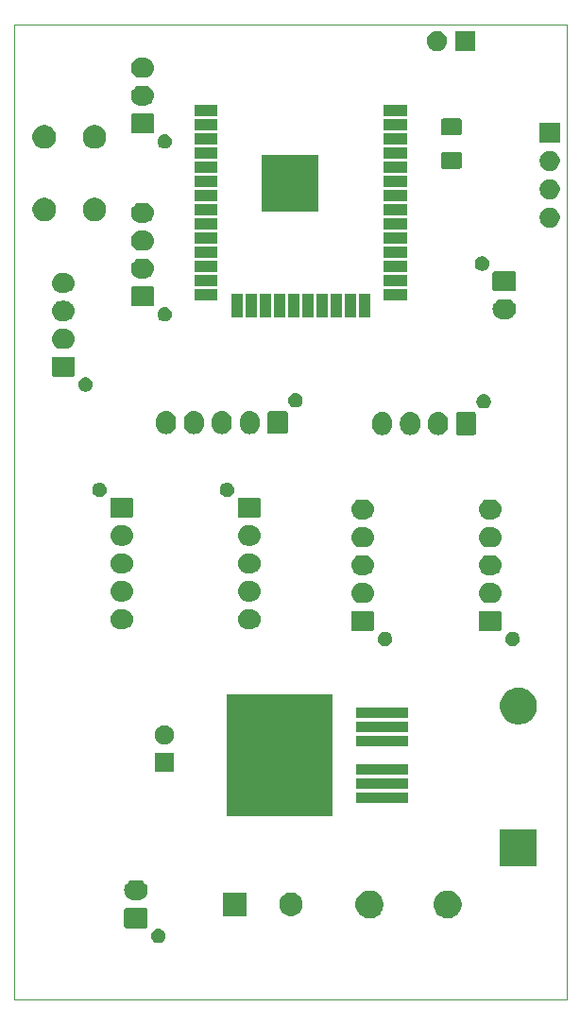
<source format=gbr>
G04 #@! TF.GenerationSoftware,KiCad,Pcbnew,(5.1.5)-3*
G04 #@! TF.CreationDate,2020-08-07T20:28:23-04:00*
G04 #@! TF.ProjectId,Ebike Board,4562696b-6520-4426-9f61-72642e6b6963,rev?*
G04 #@! TF.SameCoordinates,Original*
G04 #@! TF.FileFunction,Soldermask,Top*
G04 #@! TF.FilePolarity,Negative*
%FSLAX46Y46*%
G04 Gerber Fmt 4.6, Leading zero omitted, Abs format (unit mm)*
G04 Created by KiCad (PCBNEW (5.1.5)-3) date 2020-08-07 20:28:23*
%MOMM*%
%LPD*%
G04 APERTURE LIST*
%ADD10C,0.050000*%
%ADD11C,0.100000*%
G04 APERTURE END LIST*
D10*
X111000000Y-157100000D02*
X111000000Y-69700000D01*
X160500000Y-157100000D02*
X111000000Y-157100000D01*
X160500000Y-69700000D02*
X160500000Y-157100000D01*
X111000000Y-69700000D02*
X160500000Y-69700000D01*
D11*
G36*
X124109890Y-150794017D02*
G01*
X124228364Y-150843091D01*
X124334988Y-150914335D01*
X124425665Y-151005012D01*
X124496909Y-151111636D01*
X124545983Y-151230110D01*
X124571000Y-151355882D01*
X124571000Y-151484118D01*
X124545983Y-151609890D01*
X124496909Y-151728364D01*
X124425665Y-151834988D01*
X124334988Y-151925665D01*
X124228364Y-151996909D01*
X124228363Y-151996910D01*
X124228362Y-151996910D01*
X124109890Y-152045983D01*
X123984119Y-152071000D01*
X123855881Y-152071000D01*
X123730110Y-152045983D01*
X123611638Y-151996910D01*
X123611637Y-151996910D01*
X123611636Y-151996909D01*
X123505012Y-151925665D01*
X123414335Y-151834988D01*
X123343091Y-151728364D01*
X123294017Y-151609890D01*
X123269000Y-151484118D01*
X123269000Y-151355882D01*
X123294017Y-151230110D01*
X123343091Y-151111636D01*
X123414335Y-151005012D01*
X123505012Y-150914335D01*
X123611636Y-150843091D01*
X123730110Y-150794017D01*
X123855881Y-150769000D01*
X123984119Y-150769000D01*
X124109890Y-150794017D01*
G37*
G36*
X122828600Y-148922989D02*
G01*
X122861652Y-148933015D01*
X122892103Y-148949292D01*
X122918799Y-148971201D01*
X122940708Y-148997897D01*
X122956985Y-149028348D01*
X122967011Y-149061400D01*
X122971000Y-149101903D01*
X122971000Y-150538097D01*
X122967011Y-150578600D01*
X122956985Y-150611652D01*
X122940708Y-150642103D01*
X122918799Y-150668799D01*
X122892103Y-150690708D01*
X122861652Y-150706985D01*
X122828600Y-150717011D01*
X122788097Y-150721000D01*
X121051903Y-150721000D01*
X121011400Y-150717011D01*
X120978348Y-150706985D01*
X120947897Y-150690708D01*
X120921201Y-150668799D01*
X120899292Y-150642103D01*
X120883015Y-150611652D01*
X120872989Y-150578600D01*
X120869000Y-150538097D01*
X120869000Y-149101903D01*
X120872989Y-149061400D01*
X120883015Y-149028348D01*
X120899292Y-148997897D01*
X120921201Y-148971201D01*
X120947897Y-148949292D01*
X120978348Y-148933015D01*
X121011400Y-148922989D01*
X121051903Y-148919000D01*
X122788097Y-148919000D01*
X122828600Y-148922989D01*
G37*
G36*
X150224903Y-147387075D02*
G01*
X150452571Y-147481378D01*
X150657466Y-147618285D01*
X150831715Y-147792534D01*
X150916903Y-147920027D01*
X150968623Y-147997431D01*
X151062925Y-148225097D01*
X151111000Y-148466786D01*
X151111000Y-148713214D01*
X151062925Y-148954903D01*
X150989445Y-149132301D01*
X150968622Y-149182571D01*
X150831715Y-149387466D01*
X150657466Y-149561715D01*
X150452571Y-149698622D01*
X150452570Y-149698623D01*
X150452569Y-149698623D01*
X150224903Y-149792925D01*
X149983214Y-149841000D01*
X149736786Y-149841000D01*
X149495097Y-149792925D01*
X149267431Y-149698623D01*
X149267430Y-149698623D01*
X149267429Y-149698622D01*
X149062534Y-149561715D01*
X148888285Y-149387466D01*
X148751378Y-149182571D01*
X148730556Y-149132301D01*
X148657075Y-148954903D01*
X148609000Y-148713214D01*
X148609000Y-148466786D01*
X148657075Y-148225097D01*
X148751377Y-147997431D01*
X148803097Y-147920027D01*
X148888285Y-147792534D01*
X149062534Y-147618285D01*
X149267429Y-147481378D01*
X149495097Y-147387075D01*
X149736786Y-147339000D01*
X149983214Y-147339000D01*
X150224903Y-147387075D01*
G37*
G36*
X143224903Y-147387075D02*
G01*
X143452571Y-147481378D01*
X143657466Y-147618285D01*
X143831715Y-147792534D01*
X143916903Y-147920027D01*
X143968623Y-147997431D01*
X144062925Y-148225097D01*
X144111000Y-148466786D01*
X144111000Y-148713214D01*
X144062925Y-148954903D01*
X143989445Y-149132301D01*
X143968622Y-149182571D01*
X143831715Y-149387466D01*
X143657466Y-149561715D01*
X143452571Y-149698622D01*
X143452570Y-149698623D01*
X143452569Y-149698623D01*
X143224903Y-149792925D01*
X142983214Y-149841000D01*
X142736786Y-149841000D01*
X142495097Y-149792925D01*
X142267431Y-149698623D01*
X142267430Y-149698623D01*
X142267429Y-149698622D01*
X142062534Y-149561715D01*
X141888285Y-149387466D01*
X141751378Y-149182571D01*
X141730556Y-149132301D01*
X141657075Y-148954903D01*
X141609000Y-148713214D01*
X141609000Y-148466786D01*
X141657075Y-148225097D01*
X141751377Y-147997431D01*
X141803097Y-147920027D01*
X141888285Y-147792534D01*
X142062534Y-147618285D01*
X142267429Y-147481378D01*
X142495097Y-147387075D01*
X142736786Y-147339000D01*
X142983214Y-147339000D01*
X143224903Y-147387075D01*
G37*
G36*
X136116564Y-147579389D02*
G01*
X136307833Y-147658615D01*
X136307835Y-147658616D01*
X136479973Y-147773635D01*
X136626365Y-147920027D01*
X136728431Y-148072779D01*
X136741385Y-148092167D01*
X136820611Y-148283436D01*
X136861000Y-148486484D01*
X136861000Y-148693516D01*
X136820611Y-148896564D01*
X136766024Y-149028348D01*
X136741384Y-149087835D01*
X136626365Y-149259973D01*
X136479973Y-149406365D01*
X136307835Y-149521384D01*
X136307834Y-149521385D01*
X136307833Y-149521385D01*
X136116564Y-149600611D01*
X135913516Y-149641000D01*
X135706484Y-149641000D01*
X135503436Y-149600611D01*
X135312167Y-149521385D01*
X135312166Y-149521385D01*
X135312165Y-149521384D01*
X135140027Y-149406365D01*
X134993635Y-149259973D01*
X134878616Y-149087835D01*
X134853976Y-149028348D01*
X134799389Y-148896564D01*
X134759000Y-148693516D01*
X134759000Y-148486484D01*
X134799389Y-148283436D01*
X134878615Y-148092167D01*
X134891570Y-148072779D01*
X134993635Y-147920027D01*
X135140027Y-147773635D01*
X135312165Y-147658616D01*
X135312167Y-147658615D01*
X135503436Y-147579389D01*
X135706484Y-147539000D01*
X135913516Y-147539000D01*
X136116564Y-147579389D01*
G37*
G36*
X131861000Y-149641000D02*
G01*
X129759000Y-149641000D01*
X129759000Y-147539000D01*
X131861000Y-147539000D01*
X131861000Y-149641000D01*
G37*
G36*
X122180442Y-146425518D02*
G01*
X122246627Y-146432037D01*
X122416466Y-146483557D01*
X122572991Y-146567222D01*
X122608729Y-146596552D01*
X122710186Y-146679814D01*
X122793448Y-146781271D01*
X122822778Y-146817009D01*
X122906443Y-146973534D01*
X122957963Y-147143373D01*
X122975359Y-147320000D01*
X122957963Y-147496627D01*
X122906443Y-147666466D01*
X122822778Y-147822991D01*
X122793448Y-147858729D01*
X122710186Y-147960186D01*
X122608729Y-148043448D01*
X122572991Y-148072778D01*
X122416466Y-148156443D01*
X122246627Y-148207963D01*
X122180442Y-148214482D01*
X122114260Y-148221000D01*
X121725740Y-148221000D01*
X121659558Y-148214482D01*
X121593373Y-148207963D01*
X121423534Y-148156443D01*
X121267009Y-148072778D01*
X121231271Y-148043448D01*
X121129814Y-147960186D01*
X121046552Y-147858729D01*
X121017222Y-147822991D01*
X120933557Y-147666466D01*
X120882037Y-147496627D01*
X120864641Y-147320000D01*
X120882037Y-147143373D01*
X120933557Y-146973534D01*
X121017222Y-146817009D01*
X121046552Y-146781271D01*
X121129814Y-146679814D01*
X121231271Y-146596552D01*
X121267009Y-146567222D01*
X121423534Y-146483557D01*
X121593373Y-146432037D01*
X121659558Y-146425518D01*
X121725740Y-146419000D01*
X122114260Y-146419000D01*
X122180442Y-146425518D01*
G37*
G36*
X157861000Y-145161000D02*
G01*
X154559000Y-145161000D01*
X154559000Y-141859000D01*
X157861000Y-141859000D01*
X157861000Y-145161000D01*
G37*
G36*
X139576000Y-140676000D02*
G01*
X130074000Y-140676000D01*
X130074000Y-129774000D01*
X139576000Y-129774000D01*
X139576000Y-140676000D01*
G37*
G36*
X146326000Y-139486000D02*
G01*
X141624000Y-139486000D01*
X141624000Y-138584000D01*
X146326000Y-138584000D01*
X146326000Y-139486000D01*
G37*
G36*
X146326000Y-138216000D02*
G01*
X141624000Y-138216000D01*
X141624000Y-137314000D01*
X146326000Y-137314000D01*
X146326000Y-138216000D01*
G37*
G36*
X146326000Y-136946000D02*
G01*
X141624000Y-136946000D01*
X141624000Y-136044000D01*
X146326000Y-136044000D01*
X146326000Y-136946000D01*
G37*
G36*
X125311000Y-136741000D02*
G01*
X123609000Y-136741000D01*
X123609000Y-135039000D01*
X125311000Y-135039000D01*
X125311000Y-136741000D01*
G37*
G36*
X146326000Y-134406000D02*
G01*
X141624000Y-134406000D01*
X141624000Y-133504000D01*
X146326000Y-133504000D01*
X146326000Y-134406000D01*
G37*
G36*
X124708228Y-132571703D02*
G01*
X124863100Y-132635853D01*
X125002481Y-132728985D01*
X125121015Y-132847519D01*
X125214147Y-132986900D01*
X125278297Y-133141772D01*
X125311000Y-133306184D01*
X125311000Y-133473816D01*
X125278297Y-133638228D01*
X125214147Y-133793100D01*
X125121015Y-133932481D01*
X125002481Y-134051015D01*
X124863100Y-134144147D01*
X124708228Y-134208297D01*
X124543816Y-134241000D01*
X124376184Y-134241000D01*
X124211772Y-134208297D01*
X124056900Y-134144147D01*
X123917519Y-134051015D01*
X123798985Y-133932481D01*
X123705853Y-133793100D01*
X123641703Y-133638228D01*
X123609000Y-133473816D01*
X123609000Y-133306184D01*
X123641703Y-133141772D01*
X123705853Y-132986900D01*
X123798985Y-132847519D01*
X123917519Y-132728985D01*
X124056900Y-132635853D01*
X124211772Y-132571703D01*
X124376184Y-132539000D01*
X124543816Y-132539000D01*
X124708228Y-132571703D01*
G37*
G36*
X146326000Y-133136000D02*
G01*
X141624000Y-133136000D01*
X141624000Y-132234000D01*
X146326000Y-132234000D01*
X146326000Y-133136000D01*
G37*
G36*
X156585256Y-129201298D02*
G01*
X156691579Y-129222447D01*
X156992042Y-129346903D01*
X157262451Y-129527585D01*
X157492415Y-129757549D01*
X157673097Y-130027958D01*
X157797553Y-130328421D01*
X157861000Y-130647391D01*
X157861000Y-130972609D01*
X157797553Y-131291579D01*
X157673097Y-131592042D01*
X157492415Y-131862451D01*
X157262451Y-132092415D01*
X156992042Y-132273097D01*
X156691579Y-132397553D01*
X156585256Y-132418702D01*
X156372611Y-132461000D01*
X156047389Y-132461000D01*
X155834744Y-132418702D01*
X155728421Y-132397553D01*
X155427958Y-132273097D01*
X155157549Y-132092415D01*
X154927585Y-131862451D01*
X154746903Y-131592042D01*
X154622447Y-131291579D01*
X154559000Y-130972609D01*
X154559000Y-130647391D01*
X154622447Y-130328421D01*
X154746903Y-130027958D01*
X154927585Y-129757549D01*
X155157549Y-129527585D01*
X155427958Y-129346903D01*
X155728421Y-129222447D01*
X155834744Y-129201298D01*
X156047389Y-129159000D01*
X156372611Y-129159000D01*
X156585256Y-129201298D01*
G37*
G36*
X146326000Y-131866000D02*
G01*
X141624000Y-131866000D01*
X141624000Y-130964000D01*
X146326000Y-130964000D01*
X146326000Y-131866000D01*
G37*
G36*
X155859890Y-124164017D02*
G01*
X155978364Y-124213091D01*
X156084988Y-124284335D01*
X156175665Y-124375012D01*
X156246909Y-124481636D01*
X156295983Y-124600110D01*
X156321000Y-124725882D01*
X156321000Y-124854118D01*
X156295983Y-124979890D01*
X156246909Y-125098364D01*
X156175665Y-125204988D01*
X156084988Y-125295665D01*
X155978364Y-125366909D01*
X155978363Y-125366910D01*
X155978362Y-125366910D01*
X155859890Y-125415983D01*
X155734119Y-125441000D01*
X155605881Y-125441000D01*
X155480110Y-125415983D01*
X155361638Y-125366910D01*
X155361637Y-125366910D01*
X155361636Y-125366909D01*
X155255012Y-125295665D01*
X155164335Y-125204988D01*
X155093091Y-125098364D01*
X155044017Y-124979890D01*
X155019000Y-124854118D01*
X155019000Y-124725882D01*
X155044017Y-124600110D01*
X155093091Y-124481636D01*
X155164335Y-124375012D01*
X155255012Y-124284335D01*
X155361636Y-124213091D01*
X155480110Y-124164017D01*
X155605881Y-124139000D01*
X155734119Y-124139000D01*
X155859890Y-124164017D01*
G37*
G36*
X144429890Y-124164017D02*
G01*
X144548364Y-124213091D01*
X144654988Y-124284335D01*
X144745665Y-124375012D01*
X144816909Y-124481636D01*
X144865983Y-124600110D01*
X144891000Y-124725882D01*
X144891000Y-124854118D01*
X144865983Y-124979890D01*
X144816909Y-125098364D01*
X144745665Y-125204988D01*
X144654988Y-125295665D01*
X144548364Y-125366909D01*
X144548363Y-125366910D01*
X144548362Y-125366910D01*
X144429890Y-125415983D01*
X144304119Y-125441000D01*
X144175881Y-125441000D01*
X144050110Y-125415983D01*
X143931638Y-125366910D01*
X143931637Y-125366910D01*
X143931636Y-125366909D01*
X143825012Y-125295665D01*
X143734335Y-125204988D01*
X143663091Y-125098364D01*
X143614017Y-124979890D01*
X143589000Y-124854118D01*
X143589000Y-124725882D01*
X143614017Y-124600110D01*
X143663091Y-124481636D01*
X143734335Y-124375012D01*
X143825012Y-124284335D01*
X143931636Y-124213091D01*
X144050110Y-124164017D01*
X144175881Y-124139000D01*
X144304119Y-124139000D01*
X144429890Y-124164017D01*
G37*
G36*
X154553600Y-122292989D02*
G01*
X154586652Y-122303015D01*
X154617103Y-122319292D01*
X154643799Y-122341201D01*
X154665708Y-122367897D01*
X154681985Y-122398348D01*
X154692011Y-122431400D01*
X154696000Y-122471903D01*
X154696000Y-123908097D01*
X154692011Y-123948600D01*
X154681985Y-123981652D01*
X154665708Y-124012103D01*
X154643799Y-124038799D01*
X154617103Y-124060708D01*
X154586652Y-124076985D01*
X154553600Y-124087011D01*
X154513097Y-124091000D01*
X152826903Y-124091000D01*
X152786400Y-124087011D01*
X152753348Y-124076985D01*
X152722897Y-124060708D01*
X152696201Y-124038799D01*
X152674292Y-124012103D01*
X152658015Y-123981652D01*
X152647989Y-123948600D01*
X152644000Y-123908097D01*
X152644000Y-122471903D01*
X152647989Y-122431400D01*
X152658015Y-122398348D01*
X152674292Y-122367897D01*
X152696201Y-122341201D01*
X152722897Y-122319292D01*
X152753348Y-122303015D01*
X152786400Y-122292989D01*
X152826903Y-122289000D01*
X154513097Y-122289000D01*
X154553600Y-122292989D01*
G37*
G36*
X143123600Y-122292989D02*
G01*
X143156652Y-122303015D01*
X143187103Y-122319292D01*
X143213799Y-122341201D01*
X143235708Y-122367897D01*
X143251985Y-122398348D01*
X143262011Y-122431400D01*
X143266000Y-122471903D01*
X143266000Y-123908097D01*
X143262011Y-123948600D01*
X143251985Y-123981652D01*
X143235708Y-124012103D01*
X143213799Y-124038799D01*
X143187103Y-124060708D01*
X143156652Y-124076985D01*
X143123600Y-124087011D01*
X143083097Y-124091000D01*
X141396903Y-124091000D01*
X141356400Y-124087011D01*
X141323348Y-124076985D01*
X141292897Y-124060708D01*
X141266201Y-124038799D01*
X141244292Y-124012103D01*
X141228015Y-123981652D01*
X141217989Y-123948600D01*
X141214000Y-123908097D01*
X141214000Y-122471903D01*
X141217989Y-122431400D01*
X141228015Y-122398348D01*
X141244292Y-122367897D01*
X141266201Y-122341201D01*
X141292897Y-122319292D01*
X141323348Y-122303015D01*
X141356400Y-122292989D01*
X141396903Y-122289000D01*
X143083097Y-122289000D01*
X143123600Y-122292989D01*
G37*
G36*
X120885443Y-122135519D02*
G01*
X120951627Y-122142037D01*
X121121466Y-122193557D01*
X121277991Y-122277222D01*
X121292342Y-122289000D01*
X121415186Y-122389814D01*
X121498448Y-122491271D01*
X121527778Y-122527009D01*
X121611443Y-122683534D01*
X121662963Y-122853373D01*
X121680359Y-123030000D01*
X121662963Y-123206627D01*
X121611443Y-123376466D01*
X121527778Y-123532991D01*
X121498448Y-123568729D01*
X121415186Y-123670186D01*
X121313729Y-123753448D01*
X121277991Y-123782778D01*
X121121466Y-123866443D01*
X120951627Y-123917963D01*
X120885443Y-123924481D01*
X120819260Y-123931000D01*
X120480740Y-123931000D01*
X120414557Y-123924481D01*
X120348373Y-123917963D01*
X120178534Y-123866443D01*
X120022009Y-123782778D01*
X119986271Y-123753448D01*
X119884814Y-123670186D01*
X119801552Y-123568729D01*
X119772222Y-123532991D01*
X119688557Y-123376466D01*
X119637037Y-123206627D01*
X119619641Y-123030000D01*
X119637037Y-122853373D01*
X119688557Y-122683534D01*
X119772222Y-122527009D01*
X119801552Y-122491271D01*
X119884814Y-122389814D01*
X120007658Y-122289000D01*
X120022009Y-122277222D01*
X120178534Y-122193557D01*
X120348373Y-122142037D01*
X120414557Y-122135519D01*
X120480740Y-122129000D01*
X120819260Y-122129000D01*
X120885443Y-122135519D01*
G37*
G36*
X132315443Y-122135519D02*
G01*
X132381627Y-122142037D01*
X132551466Y-122193557D01*
X132707991Y-122277222D01*
X132722342Y-122289000D01*
X132845186Y-122389814D01*
X132928448Y-122491271D01*
X132957778Y-122527009D01*
X133041443Y-122683534D01*
X133092963Y-122853373D01*
X133110359Y-123030000D01*
X133092963Y-123206627D01*
X133041443Y-123376466D01*
X132957778Y-123532991D01*
X132928448Y-123568729D01*
X132845186Y-123670186D01*
X132743729Y-123753448D01*
X132707991Y-123782778D01*
X132551466Y-123866443D01*
X132381627Y-123917963D01*
X132315443Y-123924481D01*
X132249260Y-123931000D01*
X131910740Y-123931000D01*
X131844557Y-123924481D01*
X131778373Y-123917963D01*
X131608534Y-123866443D01*
X131452009Y-123782778D01*
X131416271Y-123753448D01*
X131314814Y-123670186D01*
X131231552Y-123568729D01*
X131202222Y-123532991D01*
X131118557Y-123376466D01*
X131067037Y-123206627D01*
X131049641Y-123030000D01*
X131067037Y-122853373D01*
X131118557Y-122683534D01*
X131202222Y-122527009D01*
X131231552Y-122491271D01*
X131314814Y-122389814D01*
X131437658Y-122289000D01*
X131452009Y-122277222D01*
X131608534Y-122193557D01*
X131778373Y-122142037D01*
X131844557Y-122135519D01*
X131910740Y-122129000D01*
X132249260Y-122129000D01*
X132315443Y-122135519D01*
G37*
G36*
X153905443Y-119795519D02*
G01*
X153971627Y-119802037D01*
X154141466Y-119853557D01*
X154297991Y-119937222D01*
X154333729Y-119966552D01*
X154435186Y-120049814D01*
X154518448Y-120151271D01*
X154547778Y-120187009D01*
X154631443Y-120343534D01*
X154682963Y-120513373D01*
X154700359Y-120690000D01*
X154682963Y-120866627D01*
X154631443Y-121036466D01*
X154547778Y-121192991D01*
X154518448Y-121228729D01*
X154435186Y-121330186D01*
X154333729Y-121413448D01*
X154297991Y-121442778D01*
X154141466Y-121526443D01*
X153971627Y-121577963D01*
X153905442Y-121584482D01*
X153839260Y-121591000D01*
X153500740Y-121591000D01*
X153434558Y-121584482D01*
X153368373Y-121577963D01*
X153198534Y-121526443D01*
X153042009Y-121442778D01*
X153006271Y-121413448D01*
X152904814Y-121330186D01*
X152821552Y-121228729D01*
X152792222Y-121192991D01*
X152708557Y-121036466D01*
X152657037Y-120866627D01*
X152639641Y-120690000D01*
X152657037Y-120513373D01*
X152708557Y-120343534D01*
X152792222Y-120187009D01*
X152821552Y-120151271D01*
X152904814Y-120049814D01*
X153006271Y-119966552D01*
X153042009Y-119937222D01*
X153198534Y-119853557D01*
X153368373Y-119802037D01*
X153434557Y-119795519D01*
X153500740Y-119789000D01*
X153839260Y-119789000D01*
X153905443Y-119795519D01*
G37*
G36*
X142475443Y-119795519D02*
G01*
X142541627Y-119802037D01*
X142711466Y-119853557D01*
X142867991Y-119937222D01*
X142903729Y-119966552D01*
X143005186Y-120049814D01*
X143088448Y-120151271D01*
X143117778Y-120187009D01*
X143201443Y-120343534D01*
X143252963Y-120513373D01*
X143270359Y-120690000D01*
X143252963Y-120866627D01*
X143201443Y-121036466D01*
X143117778Y-121192991D01*
X143088448Y-121228729D01*
X143005186Y-121330186D01*
X142903729Y-121413448D01*
X142867991Y-121442778D01*
X142711466Y-121526443D01*
X142541627Y-121577963D01*
X142475442Y-121584482D01*
X142409260Y-121591000D01*
X142070740Y-121591000D01*
X142004558Y-121584482D01*
X141938373Y-121577963D01*
X141768534Y-121526443D01*
X141612009Y-121442778D01*
X141576271Y-121413448D01*
X141474814Y-121330186D01*
X141391552Y-121228729D01*
X141362222Y-121192991D01*
X141278557Y-121036466D01*
X141227037Y-120866627D01*
X141209641Y-120690000D01*
X141227037Y-120513373D01*
X141278557Y-120343534D01*
X141362222Y-120187009D01*
X141391552Y-120151271D01*
X141474814Y-120049814D01*
X141576271Y-119966552D01*
X141612009Y-119937222D01*
X141768534Y-119853557D01*
X141938373Y-119802037D01*
X142004557Y-119795519D01*
X142070740Y-119789000D01*
X142409260Y-119789000D01*
X142475443Y-119795519D01*
G37*
G36*
X120885442Y-119635518D02*
G01*
X120951627Y-119642037D01*
X121121466Y-119693557D01*
X121277991Y-119777222D01*
X121292342Y-119789000D01*
X121415186Y-119889814D01*
X121498448Y-119991271D01*
X121527778Y-120027009D01*
X121611443Y-120183534D01*
X121662963Y-120353373D01*
X121680359Y-120530000D01*
X121662963Y-120706627D01*
X121611443Y-120876466D01*
X121527778Y-121032991D01*
X121524926Y-121036466D01*
X121415186Y-121170186D01*
X121313729Y-121253448D01*
X121277991Y-121282778D01*
X121121466Y-121366443D01*
X120951627Y-121417963D01*
X120885442Y-121424482D01*
X120819260Y-121431000D01*
X120480740Y-121431000D01*
X120414558Y-121424482D01*
X120348373Y-121417963D01*
X120178534Y-121366443D01*
X120022009Y-121282778D01*
X119986271Y-121253448D01*
X119884814Y-121170186D01*
X119775074Y-121036466D01*
X119772222Y-121032991D01*
X119688557Y-120876466D01*
X119637037Y-120706627D01*
X119619641Y-120530000D01*
X119637037Y-120353373D01*
X119688557Y-120183534D01*
X119772222Y-120027009D01*
X119801552Y-119991271D01*
X119884814Y-119889814D01*
X120007658Y-119789000D01*
X120022009Y-119777222D01*
X120178534Y-119693557D01*
X120348373Y-119642037D01*
X120414558Y-119635518D01*
X120480740Y-119629000D01*
X120819260Y-119629000D01*
X120885442Y-119635518D01*
G37*
G36*
X132315442Y-119635518D02*
G01*
X132381627Y-119642037D01*
X132551466Y-119693557D01*
X132707991Y-119777222D01*
X132722342Y-119789000D01*
X132845186Y-119889814D01*
X132928448Y-119991271D01*
X132957778Y-120027009D01*
X133041443Y-120183534D01*
X133092963Y-120353373D01*
X133110359Y-120530000D01*
X133092963Y-120706627D01*
X133041443Y-120876466D01*
X132957778Y-121032991D01*
X132954926Y-121036466D01*
X132845186Y-121170186D01*
X132743729Y-121253448D01*
X132707991Y-121282778D01*
X132551466Y-121366443D01*
X132381627Y-121417963D01*
X132315442Y-121424482D01*
X132249260Y-121431000D01*
X131910740Y-121431000D01*
X131844558Y-121424482D01*
X131778373Y-121417963D01*
X131608534Y-121366443D01*
X131452009Y-121282778D01*
X131416271Y-121253448D01*
X131314814Y-121170186D01*
X131205074Y-121036466D01*
X131202222Y-121032991D01*
X131118557Y-120876466D01*
X131067037Y-120706627D01*
X131049641Y-120530000D01*
X131067037Y-120353373D01*
X131118557Y-120183534D01*
X131202222Y-120027009D01*
X131231552Y-119991271D01*
X131314814Y-119889814D01*
X131437658Y-119789000D01*
X131452009Y-119777222D01*
X131608534Y-119693557D01*
X131778373Y-119642037D01*
X131844558Y-119635518D01*
X131910740Y-119629000D01*
X132249260Y-119629000D01*
X132315442Y-119635518D01*
G37*
G36*
X153905442Y-117295518D02*
G01*
X153971627Y-117302037D01*
X154141466Y-117353557D01*
X154297991Y-117437222D01*
X154333729Y-117466552D01*
X154435186Y-117549814D01*
X154518448Y-117651271D01*
X154547778Y-117687009D01*
X154631443Y-117843534D01*
X154682963Y-118013373D01*
X154700359Y-118190000D01*
X154682963Y-118366627D01*
X154631443Y-118536466D01*
X154547778Y-118692991D01*
X154518448Y-118728729D01*
X154435186Y-118830186D01*
X154333729Y-118913448D01*
X154297991Y-118942778D01*
X154141466Y-119026443D01*
X153971627Y-119077963D01*
X153905442Y-119084482D01*
X153839260Y-119091000D01*
X153500740Y-119091000D01*
X153434558Y-119084482D01*
X153368373Y-119077963D01*
X153198534Y-119026443D01*
X153042009Y-118942778D01*
X153006271Y-118913448D01*
X152904814Y-118830186D01*
X152821552Y-118728729D01*
X152792222Y-118692991D01*
X152708557Y-118536466D01*
X152657037Y-118366627D01*
X152639641Y-118190000D01*
X152657037Y-118013373D01*
X152708557Y-117843534D01*
X152792222Y-117687009D01*
X152821552Y-117651271D01*
X152904814Y-117549814D01*
X153006271Y-117466552D01*
X153042009Y-117437222D01*
X153198534Y-117353557D01*
X153368373Y-117302037D01*
X153434558Y-117295518D01*
X153500740Y-117289000D01*
X153839260Y-117289000D01*
X153905442Y-117295518D01*
G37*
G36*
X142475442Y-117295518D02*
G01*
X142541627Y-117302037D01*
X142711466Y-117353557D01*
X142867991Y-117437222D01*
X142903729Y-117466552D01*
X143005186Y-117549814D01*
X143088448Y-117651271D01*
X143117778Y-117687009D01*
X143201443Y-117843534D01*
X143252963Y-118013373D01*
X143270359Y-118190000D01*
X143252963Y-118366627D01*
X143201443Y-118536466D01*
X143117778Y-118692991D01*
X143088448Y-118728729D01*
X143005186Y-118830186D01*
X142903729Y-118913448D01*
X142867991Y-118942778D01*
X142711466Y-119026443D01*
X142541627Y-119077963D01*
X142475442Y-119084482D01*
X142409260Y-119091000D01*
X142070740Y-119091000D01*
X142004558Y-119084482D01*
X141938373Y-119077963D01*
X141768534Y-119026443D01*
X141612009Y-118942778D01*
X141576271Y-118913448D01*
X141474814Y-118830186D01*
X141391552Y-118728729D01*
X141362222Y-118692991D01*
X141278557Y-118536466D01*
X141227037Y-118366627D01*
X141209641Y-118190000D01*
X141227037Y-118013373D01*
X141278557Y-117843534D01*
X141362222Y-117687009D01*
X141391552Y-117651271D01*
X141474814Y-117549814D01*
X141576271Y-117466552D01*
X141612009Y-117437222D01*
X141768534Y-117353557D01*
X141938373Y-117302037D01*
X142004558Y-117295518D01*
X142070740Y-117289000D01*
X142409260Y-117289000D01*
X142475442Y-117295518D01*
G37*
G36*
X120885442Y-117135518D02*
G01*
X120951627Y-117142037D01*
X121121466Y-117193557D01*
X121277991Y-117277222D01*
X121292342Y-117289000D01*
X121415186Y-117389814D01*
X121498448Y-117491271D01*
X121527778Y-117527009D01*
X121611443Y-117683534D01*
X121662963Y-117853373D01*
X121680359Y-118030000D01*
X121662963Y-118206627D01*
X121611443Y-118376466D01*
X121527778Y-118532991D01*
X121524926Y-118536466D01*
X121415186Y-118670186D01*
X121313729Y-118753448D01*
X121277991Y-118782778D01*
X121121466Y-118866443D01*
X120951627Y-118917963D01*
X120885442Y-118924482D01*
X120819260Y-118931000D01*
X120480740Y-118931000D01*
X120414558Y-118924482D01*
X120348373Y-118917963D01*
X120178534Y-118866443D01*
X120022009Y-118782778D01*
X119986271Y-118753448D01*
X119884814Y-118670186D01*
X119775074Y-118536466D01*
X119772222Y-118532991D01*
X119688557Y-118376466D01*
X119637037Y-118206627D01*
X119619641Y-118030000D01*
X119637037Y-117853373D01*
X119688557Y-117683534D01*
X119772222Y-117527009D01*
X119801552Y-117491271D01*
X119884814Y-117389814D01*
X120007658Y-117289000D01*
X120022009Y-117277222D01*
X120178534Y-117193557D01*
X120348373Y-117142037D01*
X120414558Y-117135518D01*
X120480740Y-117129000D01*
X120819260Y-117129000D01*
X120885442Y-117135518D01*
G37*
G36*
X132315442Y-117135518D02*
G01*
X132381627Y-117142037D01*
X132551466Y-117193557D01*
X132707991Y-117277222D01*
X132722342Y-117289000D01*
X132845186Y-117389814D01*
X132928448Y-117491271D01*
X132957778Y-117527009D01*
X133041443Y-117683534D01*
X133092963Y-117853373D01*
X133110359Y-118030000D01*
X133092963Y-118206627D01*
X133041443Y-118376466D01*
X132957778Y-118532991D01*
X132954926Y-118536466D01*
X132845186Y-118670186D01*
X132743729Y-118753448D01*
X132707991Y-118782778D01*
X132551466Y-118866443D01*
X132381627Y-118917963D01*
X132315442Y-118924482D01*
X132249260Y-118931000D01*
X131910740Y-118931000D01*
X131844558Y-118924482D01*
X131778373Y-118917963D01*
X131608534Y-118866443D01*
X131452009Y-118782778D01*
X131416271Y-118753448D01*
X131314814Y-118670186D01*
X131205074Y-118536466D01*
X131202222Y-118532991D01*
X131118557Y-118376466D01*
X131067037Y-118206627D01*
X131049641Y-118030000D01*
X131067037Y-117853373D01*
X131118557Y-117683534D01*
X131202222Y-117527009D01*
X131231552Y-117491271D01*
X131314814Y-117389814D01*
X131437658Y-117289000D01*
X131452009Y-117277222D01*
X131608534Y-117193557D01*
X131778373Y-117142037D01*
X131844558Y-117135518D01*
X131910740Y-117129000D01*
X132249260Y-117129000D01*
X132315442Y-117135518D01*
G37*
G36*
X142475442Y-114795518D02*
G01*
X142541627Y-114802037D01*
X142711466Y-114853557D01*
X142867991Y-114937222D01*
X142903729Y-114966552D01*
X143005186Y-115049814D01*
X143088448Y-115151271D01*
X143117778Y-115187009D01*
X143201443Y-115343534D01*
X143252963Y-115513373D01*
X143270359Y-115690000D01*
X143252963Y-115866627D01*
X143201443Y-116036466D01*
X143117778Y-116192991D01*
X143088448Y-116228729D01*
X143005186Y-116330186D01*
X142903729Y-116413448D01*
X142867991Y-116442778D01*
X142711466Y-116526443D01*
X142541627Y-116577963D01*
X142475442Y-116584482D01*
X142409260Y-116591000D01*
X142070740Y-116591000D01*
X142004558Y-116584482D01*
X141938373Y-116577963D01*
X141768534Y-116526443D01*
X141612009Y-116442778D01*
X141576271Y-116413448D01*
X141474814Y-116330186D01*
X141391552Y-116228729D01*
X141362222Y-116192991D01*
X141278557Y-116036466D01*
X141227037Y-115866627D01*
X141209641Y-115690000D01*
X141227037Y-115513373D01*
X141278557Y-115343534D01*
X141362222Y-115187009D01*
X141391552Y-115151271D01*
X141474814Y-115049814D01*
X141576271Y-114966552D01*
X141612009Y-114937222D01*
X141768534Y-114853557D01*
X141938373Y-114802037D01*
X142004558Y-114795518D01*
X142070740Y-114789000D01*
X142409260Y-114789000D01*
X142475442Y-114795518D01*
G37*
G36*
X153905442Y-114795518D02*
G01*
X153971627Y-114802037D01*
X154141466Y-114853557D01*
X154297991Y-114937222D01*
X154333729Y-114966552D01*
X154435186Y-115049814D01*
X154518448Y-115151271D01*
X154547778Y-115187009D01*
X154631443Y-115343534D01*
X154682963Y-115513373D01*
X154700359Y-115690000D01*
X154682963Y-115866627D01*
X154631443Y-116036466D01*
X154547778Y-116192991D01*
X154518448Y-116228729D01*
X154435186Y-116330186D01*
X154333729Y-116413448D01*
X154297991Y-116442778D01*
X154141466Y-116526443D01*
X153971627Y-116577963D01*
X153905442Y-116584482D01*
X153839260Y-116591000D01*
X153500740Y-116591000D01*
X153434558Y-116584482D01*
X153368373Y-116577963D01*
X153198534Y-116526443D01*
X153042009Y-116442778D01*
X153006271Y-116413448D01*
X152904814Y-116330186D01*
X152821552Y-116228729D01*
X152792222Y-116192991D01*
X152708557Y-116036466D01*
X152657037Y-115866627D01*
X152639641Y-115690000D01*
X152657037Y-115513373D01*
X152708557Y-115343534D01*
X152792222Y-115187009D01*
X152821552Y-115151271D01*
X152904814Y-115049814D01*
X153006271Y-114966552D01*
X153042009Y-114937222D01*
X153198534Y-114853557D01*
X153368373Y-114802037D01*
X153434558Y-114795518D01*
X153500740Y-114789000D01*
X153839260Y-114789000D01*
X153905442Y-114795518D01*
G37*
G36*
X132315442Y-114635518D02*
G01*
X132381627Y-114642037D01*
X132551466Y-114693557D01*
X132707991Y-114777222D01*
X132722342Y-114789000D01*
X132845186Y-114889814D01*
X132928448Y-114991271D01*
X132957778Y-115027009D01*
X133041443Y-115183534D01*
X133092963Y-115353373D01*
X133110359Y-115530000D01*
X133092963Y-115706627D01*
X133041443Y-115876466D01*
X132957778Y-116032991D01*
X132954926Y-116036466D01*
X132845186Y-116170186D01*
X132743729Y-116253448D01*
X132707991Y-116282778D01*
X132551466Y-116366443D01*
X132381627Y-116417963D01*
X132315443Y-116424481D01*
X132249260Y-116431000D01*
X131910740Y-116431000D01*
X131844557Y-116424481D01*
X131778373Y-116417963D01*
X131608534Y-116366443D01*
X131452009Y-116282778D01*
X131416271Y-116253448D01*
X131314814Y-116170186D01*
X131205074Y-116036466D01*
X131202222Y-116032991D01*
X131118557Y-115876466D01*
X131067037Y-115706627D01*
X131049641Y-115530000D01*
X131067037Y-115353373D01*
X131118557Y-115183534D01*
X131202222Y-115027009D01*
X131231552Y-114991271D01*
X131314814Y-114889814D01*
X131437658Y-114789000D01*
X131452009Y-114777222D01*
X131608534Y-114693557D01*
X131778373Y-114642037D01*
X131844558Y-114635518D01*
X131910740Y-114629000D01*
X132249260Y-114629000D01*
X132315442Y-114635518D01*
G37*
G36*
X120885442Y-114635518D02*
G01*
X120951627Y-114642037D01*
X121121466Y-114693557D01*
X121277991Y-114777222D01*
X121292342Y-114789000D01*
X121415186Y-114889814D01*
X121498448Y-114991271D01*
X121527778Y-115027009D01*
X121611443Y-115183534D01*
X121662963Y-115353373D01*
X121680359Y-115530000D01*
X121662963Y-115706627D01*
X121611443Y-115876466D01*
X121527778Y-116032991D01*
X121524926Y-116036466D01*
X121415186Y-116170186D01*
X121313729Y-116253448D01*
X121277991Y-116282778D01*
X121121466Y-116366443D01*
X120951627Y-116417963D01*
X120885443Y-116424481D01*
X120819260Y-116431000D01*
X120480740Y-116431000D01*
X120414557Y-116424481D01*
X120348373Y-116417963D01*
X120178534Y-116366443D01*
X120022009Y-116282778D01*
X119986271Y-116253448D01*
X119884814Y-116170186D01*
X119775074Y-116036466D01*
X119772222Y-116032991D01*
X119688557Y-115876466D01*
X119637037Y-115706627D01*
X119619641Y-115530000D01*
X119637037Y-115353373D01*
X119688557Y-115183534D01*
X119772222Y-115027009D01*
X119801552Y-114991271D01*
X119884814Y-114889814D01*
X120007658Y-114789000D01*
X120022009Y-114777222D01*
X120178534Y-114693557D01*
X120348373Y-114642037D01*
X120414558Y-114635518D01*
X120480740Y-114629000D01*
X120819260Y-114629000D01*
X120885442Y-114635518D01*
G37*
G36*
X153905443Y-112295519D02*
G01*
X153971627Y-112302037D01*
X154141466Y-112353557D01*
X154297991Y-112437222D01*
X154333729Y-112466552D01*
X154435186Y-112549814D01*
X154518448Y-112651271D01*
X154547778Y-112687009D01*
X154631443Y-112843534D01*
X154682963Y-113013373D01*
X154700359Y-113190000D01*
X154682963Y-113366627D01*
X154631443Y-113536466D01*
X154547778Y-113692991D01*
X154518448Y-113728729D01*
X154435186Y-113830186D01*
X154366762Y-113886339D01*
X154297991Y-113942778D01*
X154141466Y-114026443D01*
X153971627Y-114077963D01*
X153905443Y-114084481D01*
X153839260Y-114091000D01*
X153500740Y-114091000D01*
X153434557Y-114084481D01*
X153368373Y-114077963D01*
X153198534Y-114026443D01*
X153042009Y-113942778D01*
X152973238Y-113886339D01*
X152904814Y-113830186D01*
X152821552Y-113728729D01*
X152792222Y-113692991D01*
X152708557Y-113536466D01*
X152657037Y-113366627D01*
X152639641Y-113190000D01*
X152657037Y-113013373D01*
X152708557Y-112843534D01*
X152792222Y-112687009D01*
X152821552Y-112651271D01*
X152904814Y-112549814D01*
X153006271Y-112466552D01*
X153042009Y-112437222D01*
X153198534Y-112353557D01*
X153368373Y-112302037D01*
X153434557Y-112295519D01*
X153500740Y-112289000D01*
X153839260Y-112289000D01*
X153905443Y-112295519D01*
G37*
G36*
X142475443Y-112295519D02*
G01*
X142541627Y-112302037D01*
X142711466Y-112353557D01*
X142867991Y-112437222D01*
X142903729Y-112466552D01*
X143005186Y-112549814D01*
X143088448Y-112651271D01*
X143117778Y-112687009D01*
X143201443Y-112843534D01*
X143252963Y-113013373D01*
X143270359Y-113190000D01*
X143252963Y-113366627D01*
X143201443Y-113536466D01*
X143117778Y-113692991D01*
X143088448Y-113728729D01*
X143005186Y-113830186D01*
X142936762Y-113886339D01*
X142867991Y-113942778D01*
X142711466Y-114026443D01*
X142541627Y-114077963D01*
X142475443Y-114084481D01*
X142409260Y-114091000D01*
X142070740Y-114091000D01*
X142004557Y-114084481D01*
X141938373Y-114077963D01*
X141768534Y-114026443D01*
X141612009Y-113942778D01*
X141543238Y-113886339D01*
X141474814Y-113830186D01*
X141391552Y-113728729D01*
X141362222Y-113692991D01*
X141278557Y-113536466D01*
X141227037Y-113366627D01*
X141209641Y-113190000D01*
X141227037Y-113013373D01*
X141278557Y-112843534D01*
X141362222Y-112687009D01*
X141391552Y-112651271D01*
X141474814Y-112549814D01*
X141576271Y-112466552D01*
X141612009Y-112437222D01*
X141768534Y-112353557D01*
X141938373Y-112302037D01*
X142004557Y-112295519D01*
X142070740Y-112289000D01*
X142409260Y-112289000D01*
X142475443Y-112295519D01*
G37*
G36*
X132963600Y-112132989D02*
G01*
X132996652Y-112143015D01*
X133027103Y-112159292D01*
X133053799Y-112181201D01*
X133075708Y-112207897D01*
X133091985Y-112238348D01*
X133102011Y-112271400D01*
X133106000Y-112311903D01*
X133106000Y-113748097D01*
X133102011Y-113788600D01*
X133091985Y-113821652D01*
X133075708Y-113852103D01*
X133053799Y-113878799D01*
X133027103Y-113900708D01*
X132996652Y-113916985D01*
X132963600Y-113927011D01*
X132923097Y-113931000D01*
X131236903Y-113931000D01*
X131196400Y-113927011D01*
X131163348Y-113916985D01*
X131132897Y-113900708D01*
X131106201Y-113878799D01*
X131084292Y-113852103D01*
X131068015Y-113821652D01*
X131057989Y-113788600D01*
X131054000Y-113748097D01*
X131054000Y-112311903D01*
X131057989Y-112271400D01*
X131068015Y-112238348D01*
X131084292Y-112207897D01*
X131106201Y-112181201D01*
X131132897Y-112159292D01*
X131163348Y-112143015D01*
X131196400Y-112132989D01*
X131236903Y-112129000D01*
X132923097Y-112129000D01*
X132963600Y-112132989D01*
G37*
G36*
X121533600Y-112132989D02*
G01*
X121566652Y-112143015D01*
X121597103Y-112159292D01*
X121623799Y-112181201D01*
X121645708Y-112207897D01*
X121661985Y-112238348D01*
X121672011Y-112271400D01*
X121676000Y-112311903D01*
X121676000Y-113748097D01*
X121672011Y-113788600D01*
X121661985Y-113821652D01*
X121645708Y-113852103D01*
X121623799Y-113878799D01*
X121597103Y-113900708D01*
X121566652Y-113916985D01*
X121533600Y-113927011D01*
X121493097Y-113931000D01*
X119806903Y-113931000D01*
X119766400Y-113927011D01*
X119733348Y-113916985D01*
X119702897Y-113900708D01*
X119676201Y-113878799D01*
X119654292Y-113852103D01*
X119638015Y-113821652D01*
X119627989Y-113788600D01*
X119624000Y-113748097D01*
X119624000Y-112311903D01*
X119627989Y-112271400D01*
X119638015Y-112238348D01*
X119654292Y-112207897D01*
X119676201Y-112181201D01*
X119702897Y-112159292D01*
X119733348Y-112143015D01*
X119766400Y-112132989D01*
X119806903Y-112129000D01*
X121493097Y-112129000D01*
X121533600Y-112132989D01*
G37*
G36*
X118839890Y-110804017D02*
G01*
X118958364Y-110853091D01*
X119064988Y-110924335D01*
X119155665Y-111015012D01*
X119226909Y-111121636D01*
X119275983Y-111240110D01*
X119301000Y-111365882D01*
X119301000Y-111494118D01*
X119275983Y-111619890D01*
X119226909Y-111738364D01*
X119155665Y-111844988D01*
X119064988Y-111935665D01*
X118958364Y-112006909D01*
X118958363Y-112006910D01*
X118958362Y-112006910D01*
X118839890Y-112055983D01*
X118714119Y-112081000D01*
X118585881Y-112081000D01*
X118460110Y-112055983D01*
X118341638Y-112006910D01*
X118341637Y-112006910D01*
X118341636Y-112006909D01*
X118235012Y-111935665D01*
X118144335Y-111844988D01*
X118073091Y-111738364D01*
X118024017Y-111619890D01*
X117999000Y-111494118D01*
X117999000Y-111365882D01*
X118024017Y-111240110D01*
X118073091Y-111121636D01*
X118144335Y-111015012D01*
X118235012Y-110924335D01*
X118341636Y-110853091D01*
X118460110Y-110804017D01*
X118585881Y-110779000D01*
X118714119Y-110779000D01*
X118839890Y-110804017D01*
G37*
G36*
X130269890Y-110804017D02*
G01*
X130388364Y-110853091D01*
X130494988Y-110924335D01*
X130585665Y-111015012D01*
X130656909Y-111121636D01*
X130705983Y-111240110D01*
X130731000Y-111365882D01*
X130731000Y-111494118D01*
X130705983Y-111619890D01*
X130656909Y-111738364D01*
X130585665Y-111844988D01*
X130494988Y-111935665D01*
X130388364Y-112006909D01*
X130388363Y-112006910D01*
X130388362Y-112006910D01*
X130269890Y-112055983D01*
X130144119Y-112081000D01*
X130015881Y-112081000D01*
X129890110Y-112055983D01*
X129771638Y-112006910D01*
X129771637Y-112006910D01*
X129771636Y-112006909D01*
X129665012Y-111935665D01*
X129574335Y-111844988D01*
X129503091Y-111738364D01*
X129454017Y-111619890D01*
X129429000Y-111494118D01*
X129429000Y-111365882D01*
X129454017Y-111240110D01*
X129503091Y-111121636D01*
X129574335Y-111015012D01*
X129665012Y-110924335D01*
X129771636Y-110853091D01*
X129890110Y-110804017D01*
X130015881Y-110779000D01*
X130144119Y-110779000D01*
X130269890Y-110804017D01*
G37*
G36*
X149166627Y-104487037D02*
G01*
X149336466Y-104538557D01*
X149492991Y-104622222D01*
X149520519Y-104644814D01*
X149630186Y-104734814D01*
X149713448Y-104836271D01*
X149742778Y-104872009D01*
X149826443Y-105028534D01*
X149877963Y-105198374D01*
X149891000Y-105330743D01*
X149891000Y-105669258D01*
X149877963Y-105801627D01*
X149826443Y-105971466D01*
X149742778Y-106127991D01*
X149713448Y-106163729D01*
X149630186Y-106265186D01*
X149492989Y-106377779D01*
X149336467Y-106461442D01*
X149336465Y-106461443D01*
X149166626Y-106512963D01*
X148990000Y-106530359D01*
X148813373Y-106512963D01*
X148643534Y-106461443D01*
X148487009Y-106377778D01*
X148424712Y-106326652D01*
X148349814Y-106265186D01*
X148237221Y-106127989D01*
X148153558Y-105971467D01*
X148126257Y-105881468D01*
X148102037Y-105801626D01*
X148089000Y-105669257D01*
X148089000Y-105330742D01*
X148102037Y-105198373D01*
X148153557Y-105028534D01*
X148237222Y-104872009D01*
X148349815Y-104734815D01*
X148487010Y-104622222D01*
X148643535Y-104538557D01*
X148813374Y-104487037D01*
X148990000Y-104469641D01*
X149166627Y-104487037D01*
G37*
G36*
X144166627Y-104487037D02*
G01*
X144336466Y-104538557D01*
X144492991Y-104622222D01*
X144520519Y-104644814D01*
X144630186Y-104734814D01*
X144713448Y-104836271D01*
X144742778Y-104872009D01*
X144826443Y-105028534D01*
X144877963Y-105198374D01*
X144891000Y-105330743D01*
X144891000Y-105669258D01*
X144877963Y-105801627D01*
X144826443Y-105971466D01*
X144742778Y-106127991D01*
X144713448Y-106163729D01*
X144630186Y-106265186D01*
X144492989Y-106377779D01*
X144336467Y-106461442D01*
X144336465Y-106461443D01*
X144166626Y-106512963D01*
X143990000Y-106530359D01*
X143813373Y-106512963D01*
X143643534Y-106461443D01*
X143487009Y-106377778D01*
X143424712Y-106326652D01*
X143349814Y-106265186D01*
X143237221Y-106127989D01*
X143153558Y-105971467D01*
X143126257Y-105881468D01*
X143102037Y-105801626D01*
X143089000Y-105669257D01*
X143089000Y-105330742D01*
X143102037Y-105198373D01*
X143153557Y-105028534D01*
X143237222Y-104872009D01*
X143349815Y-104734815D01*
X143487010Y-104622222D01*
X143643535Y-104538557D01*
X143813374Y-104487037D01*
X143990000Y-104469641D01*
X144166627Y-104487037D01*
G37*
G36*
X146666627Y-104487037D02*
G01*
X146836466Y-104538557D01*
X146992991Y-104622222D01*
X147020519Y-104644814D01*
X147130186Y-104734814D01*
X147213448Y-104836271D01*
X147242778Y-104872009D01*
X147326443Y-105028534D01*
X147377963Y-105198374D01*
X147391000Y-105330743D01*
X147391000Y-105669258D01*
X147377963Y-105801627D01*
X147326443Y-105971466D01*
X147242778Y-106127991D01*
X147213448Y-106163729D01*
X147130186Y-106265186D01*
X146992989Y-106377779D01*
X146836467Y-106461442D01*
X146836465Y-106461443D01*
X146666626Y-106512963D01*
X146490000Y-106530359D01*
X146313373Y-106512963D01*
X146143534Y-106461443D01*
X145987009Y-106377778D01*
X145924712Y-106326652D01*
X145849814Y-106265186D01*
X145737221Y-106127989D01*
X145653558Y-105971467D01*
X145626257Y-105881468D01*
X145602037Y-105801626D01*
X145589000Y-105669257D01*
X145589000Y-105330742D01*
X145602037Y-105198373D01*
X145653557Y-105028534D01*
X145737222Y-104872009D01*
X145849815Y-104734815D01*
X145987010Y-104622222D01*
X146143535Y-104538557D01*
X146313374Y-104487037D01*
X146490000Y-104469641D01*
X146666627Y-104487037D01*
G37*
G36*
X152248600Y-104477989D02*
G01*
X152281652Y-104488015D01*
X152312103Y-104504292D01*
X152338799Y-104526201D01*
X152360708Y-104552897D01*
X152376985Y-104583348D01*
X152387011Y-104616400D01*
X152391000Y-104656903D01*
X152391000Y-106343097D01*
X152387011Y-106383600D01*
X152376985Y-106416652D01*
X152360708Y-106447103D01*
X152338799Y-106473799D01*
X152312103Y-106495708D01*
X152281652Y-106511985D01*
X152248600Y-106522011D01*
X152208097Y-106526000D01*
X150771903Y-106526000D01*
X150731400Y-106522011D01*
X150698348Y-106511985D01*
X150667897Y-106495708D01*
X150641201Y-106473799D01*
X150619292Y-106447103D01*
X150603015Y-106416652D01*
X150592989Y-106383600D01*
X150589000Y-106343097D01*
X150589000Y-104656903D01*
X150592989Y-104616400D01*
X150603015Y-104583348D01*
X150619292Y-104552897D01*
X150641201Y-104526201D01*
X150667897Y-104504292D01*
X150698348Y-104488015D01*
X150731400Y-104477989D01*
X150771903Y-104474000D01*
X152208097Y-104474000D01*
X152248600Y-104477989D01*
G37*
G36*
X127296627Y-104397037D02*
G01*
X127466466Y-104448557D01*
X127622991Y-104532222D01*
X127648183Y-104552897D01*
X127760186Y-104644814D01*
X127834046Y-104734814D01*
X127872778Y-104782009D01*
X127956443Y-104938534D01*
X128007963Y-105108374D01*
X128021000Y-105240743D01*
X128021000Y-105579258D01*
X128007963Y-105711627D01*
X127956443Y-105881466D01*
X127872778Y-106037991D01*
X127843448Y-106073729D01*
X127760186Y-106175186D01*
X127622989Y-106287779D01*
X127483363Y-106362411D01*
X127466465Y-106371443D01*
X127296626Y-106422963D01*
X127120000Y-106440359D01*
X126943373Y-106422963D01*
X126773534Y-106371443D01*
X126617009Y-106287778D01*
X126574750Y-106253097D01*
X126479814Y-106175186D01*
X126367221Y-106037989D01*
X126283558Y-105881467D01*
X126283557Y-105881465D01*
X126232037Y-105711626D01*
X126219000Y-105579257D01*
X126219000Y-105240742D01*
X126232037Y-105108373D01*
X126283557Y-104938534D01*
X126367222Y-104782009D01*
X126479815Y-104644815D01*
X126617010Y-104532222D01*
X126773535Y-104448557D01*
X126943374Y-104397037D01*
X127120000Y-104379641D01*
X127296627Y-104397037D01*
G37*
G36*
X124796627Y-104397037D02*
G01*
X124966466Y-104448557D01*
X125122991Y-104532222D01*
X125148183Y-104552897D01*
X125260186Y-104644814D01*
X125334046Y-104734814D01*
X125372778Y-104782009D01*
X125456443Y-104938534D01*
X125507963Y-105108374D01*
X125521000Y-105240743D01*
X125521000Y-105579258D01*
X125507963Y-105711627D01*
X125456443Y-105881466D01*
X125372778Y-106037991D01*
X125343448Y-106073729D01*
X125260186Y-106175186D01*
X125122989Y-106287779D01*
X124983363Y-106362411D01*
X124966465Y-106371443D01*
X124796626Y-106422963D01*
X124620000Y-106440359D01*
X124443373Y-106422963D01*
X124273534Y-106371443D01*
X124117009Y-106287778D01*
X124074750Y-106253097D01*
X123979814Y-106175186D01*
X123867221Y-106037989D01*
X123783558Y-105881467D01*
X123783557Y-105881465D01*
X123732037Y-105711626D01*
X123719000Y-105579257D01*
X123719000Y-105240742D01*
X123732037Y-105108373D01*
X123783557Y-104938534D01*
X123867222Y-104782009D01*
X123979815Y-104644815D01*
X124117010Y-104532222D01*
X124273535Y-104448557D01*
X124443374Y-104397037D01*
X124620000Y-104379641D01*
X124796627Y-104397037D01*
G37*
G36*
X129796627Y-104397037D02*
G01*
X129966466Y-104448557D01*
X130122991Y-104532222D01*
X130148183Y-104552897D01*
X130260186Y-104644814D01*
X130334046Y-104734814D01*
X130372778Y-104782009D01*
X130456443Y-104938534D01*
X130507963Y-105108374D01*
X130521000Y-105240743D01*
X130521000Y-105579258D01*
X130507963Y-105711627D01*
X130456443Y-105881466D01*
X130372778Y-106037991D01*
X130343448Y-106073729D01*
X130260186Y-106175186D01*
X130122989Y-106287779D01*
X129983363Y-106362411D01*
X129966465Y-106371443D01*
X129796626Y-106422963D01*
X129620000Y-106440359D01*
X129443373Y-106422963D01*
X129273534Y-106371443D01*
X129117009Y-106287778D01*
X129074750Y-106253097D01*
X128979814Y-106175186D01*
X128867221Y-106037989D01*
X128783558Y-105881467D01*
X128783557Y-105881465D01*
X128732037Y-105711626D01*
X128719000Y-105579257D01*
X128719000Y-105240742D01*
X128732037Y-105108373D01*
X128783557Y-104938534D01*
X128867222Y-104782009D01*
X128979815Y-104644815D01*
X129117010Y-104532222D01*
X129273535Y-104448557D01*
X129443374Y-104397037D01*
X129620000Y-104379641D01*
X129796627Y-104397037D01*
G37*
G36*
X132296627Y-104397037D02*
G01*
X132466466Y-104448557D01*
X132622991Y-104532222D01*
X132648183Y-104552897D01*
X132760186Y-104644814D01*
X132834046Y-104734814D01*
X132872778Y-104782009D01*
X132956443Y-104938534D01*
X133007963Y-105108374D01*
X133021000Y-105240743D01*
X133021000Y-105579258D01*
X133007963Y-105711627D01*
X132956443Y-105881466D01*
X132872778Y-106037991D01*
X132843448Y-106073729D01*
X132760186Y-106175186D01*
X132622989Y-106287779D01*
X132483363Y-106362411D01*
X132466465Y-106371443D01*
X132296626Y-106422963D01*
X132120000Y-106440359D01*
X131943373Y-106422963D01*
X131773534Y-106371443D01*
X131617009Y-106287778D01*
X131574750Y-106253097D01*
X131479814Y-106175186D01*
X131367221Y-106037989D01*
X131283558Y-105881467D01*
X131283557Y-105881465D01*
X131232037Y-105711626D01*
X131219000Y-105579257D01*
X131219000Y-105240742D01*
X131232037Y-105108373D01*
X131283557Y-104938534D01*
X131367222Y-104782009D01*
X131479815Y-104644815D01*
X131617010Y-104532222D01*
X131773535Y-104448557D01*
X131943374Y-104397037D01*
X132120000Y-104379641D01*
X132296627Y-104397037D01*
G37*
G36*
X135378600Y-104387989D02*
G01*
X135411652Y-104398015D01*
X135442103Y-104414292D01*
X135468799Y-104436201D01*
X135490708Y-104462897D01*
X135506985Y-104493348D01*
X135517011Y-104526400D01*
X135521000Y-104566903D01*
X135521000Y-106253097D01*
X135517011Y-106293600D01*
X135506985Y-106326652D01*
X135490708Y-106357103D01*
X135468799Y-106383799D01*
X135442103Y-106405708D01*
X135411652Y-106421985D01*
X135378600Y-106432011D01*
X135338097Y-106436000D01*
X133901903Y-106436000D01*
X133861400Y-106432011D01*
X133828348Y-106421985D01*
X133797897Y-106405708D01*
X133771201Y-106383799D01*
X133749292Y-106357103D01*
X133733015Y-106326652D01*
X133722989Y-106293600D01*
X133719000Y-106253097D01*
X133719000Y-104566903D01*
X133722989Y-104526400D01*
X133733015Y-104493348D01*
X133749292Y-104462897D01*
X133771201Y-104436201D01*
X133797897Y-104414292D01*
X133828348Y-104398015D01*
X133861400Y-104387989D01*
X133901903Y-104384000D01*
X135338097Y-104384000D01*
X135378600Y-104387989D01*
G37*
G36*
X153279890Y-102874017D02*
G01*
X153353084Y-102904335D01*
X153398364Y-102923091D01*
X153504988Y-102994335D01*
X153595665Y-103085012D01*
X153666910Y-103191638D01*
X153715983Y-103310110D01*
X153741000Y-103435882D01*
X153741000Y-103564118D01*
X153715983Y-103689890D01*
X153666909Y-103808364D01*
X153595665Y-103914988D01*
X153504988Y-104005665D01*
X153398364Y-104076909D01*
X153398363Y-104076910D01*
X153398362Y-104076910D01*
X153279890Y-104125983D01*
X153154119Y-104151000D01*
X153025881Y-104151000D01*
X152900110Y-104125983D01*
X152781638Y-104076910D01*
X152781637Y-104076910D01*
X152781636Y-104076909D01*
X152675012Y-104005665D01*
X152584335Y-103914988D01*
X152513091Y-103808364D01*
X152464017Y-103689890D01*
X152439000Y-103564118D01*
X152439000Y-103435882D01*
X152464017Y-103310110D01*
X152513090Y-103191638D01*
X152584335Y-103085012D01*
X152675012Y-102994335D01*
X152781636Y-102923091D01*
X152826917Y-102904335D01*
X152900110Y-102874017D01*
X153025881Y-102849000D01*
X153154119Y-102849000D01*
X153279890Y-102874017D01*
G37*
G36*
X136409890Y-102784017D02*
G01*
X136528364Y-102833091D01*
X136552173Y-102849000D01*
X136634988Y-102904335D01*
X136725665Y-102995012D01*
X136796910Y-103101638D01*
X136845983Y-103220110D01*
X136871000Y-103345881D01*
X136871000Y-103474119D01*
X136845983Y-103599890D01*
X136808704Y-103689890D01*
X136796909Y-103718364D01*
X136725665Y-103824988D01*
X136634988Y-103915665D01*
X136528364Y-103986909D01*
X136528363Y-103986910D01*
X136528362Y-103986910D01*
X136409890Y-104035983D01*
X136284119Y-104061000D01*
X136155881Y-104061000D01*
X136030110Y-104035983D01*
X135911638Y-103986910D01*
X135911637Y-103986910D01*
X135911636Y-103986909D01*
X135805012Y-103915665D01*
X135714335Y-103824988D01*
X135643091Y-103718364D01*
X135631297Y-103689890D01*
X135594017Y-103599890D01*
X135569000Y-103474119D01*
X135569000Y-103345881D01*
X135594017Y-103220110D01*
X135643090Y-103101638D01*
X135714335Y-102995012D01*
X135805012Y-102904335D01*
X135887827Y-102849000D01*
X135911636Y-102833091D01*
X136030110Y-102784017D01*
X136155881Y-102759000D01*
X136284119Y-102759000D01*
X136409890Y-102784017D01*
G37*
G36*
X117589890Y-101374017D02*
G01*
X117708364Y-101423091D01*
X117814988Y-101494335D01*
X117905665Y-101585012D01*
X117976909Y-101691636D01*
X118025983Y-101810110D01*
X118051000Y-101935882D01*
X118051000Y-102064118D01*
X118025983Y-102189890D01*
X117976909Y-102308364D01*
X117905665Y-102414988D01*
X117814988Y-102505665D01*
X117708364Y-102576909D01*
X117708363Y-102576910D01*
X117708362Y-102576910D01*
X117589890Y-102625983D01*
X117464119Y-102651000D01*
X117335881Y-102651000D01*
X117210110Y-102625983D01*
X117091638Y-102576910D01*
X117091637Y-102576910D01*
X117091636Y-102576909D01*
X116985012Y-102505665D01*
X116894335Y-102414988D01*
X116823091Y-102308364D01*
X116774017Y-102189890D01*
X116749000Y-102064118D01*
X116749000Y-101935882D01*
X116774017Y-101810110D01*
X116823091Y-101691636D01*
X116894335Y-101585012D01*
X116985012Y-101494335D01*
X117091636Y-101423091D01*
X117210110Y-101374017D01*
X117335881Y-101349000D01*
X117464119Y-101349000D01*
X117589890Y-101374017D01*
G37*
G36*
X116283600Y-99502989D02*
G01*
X116316652Y-99513015D01*
X116347103Y-99529292D01*
X116373799Y-99551201D01*
X116395708Y-99577897D01*
X116411985Y-99608348D01*
X116422011Y-99641400D01*
X116426000Y-99681903D01*
X116426000Y-101118097D01*
X116422011Y-101158600D01*
X116411985Y-101191652D01*
X116395708Y-101222103D01*
X116373799Y-101248799D01*
X116347103Y-101270708D01*
X116316652Y-101286985D01*
X116283600Y-101297011D01*
X116243097Y-101301000D01*
X114556903Y-101301000D01*
X114516400Y-101297011D01*
X114483348Y-101286985D01*
X114452897Y-101270708D01*
X114426201Y-101248799D01*
X114404292Y-101222103D01*
X114388015Y-101191652D01*
X114377989Y-101158600D01*
X114374000Y-101118097D01*
X114374000Y-99681903D01*
X114377989Y-99641400D01*
X114388015Y-99608348D01*
X114404292Y-99577897D01*
X114426201Y-99551201D01*
X114452897Y-99529292D01*
X114483348Y-99513015D01*
X114516400Y-99502989D01*
X114556903Y-99499000D01*
X116243097Y-99499000D01*
X116283600Y-99502989D01*
G37*
G36*
X115635442Y-97005518D02*
G01*
X115701627Y-97012037D01*
X115871466Y-97063557D01*
X116027991Y-97147222D01*
X116063729Y-97176552D01*
X116165186Y-97259814D01*
X116248448Y-97361271D01*
X116277778Y-97397009D01*
X116361443Y-97553534D01*
X116412963Y-97723373D01*
X116430359Y-97900000D01*
X116412963Y-98076627D01*
X116361443Y-98246466D01*
X116277778Y-98402991D01*
X116248448Y-98438729D01*
X116165186Y-98540186D01*
X116063729Y-98623448D01*
X116027991Y-98652778D01*
X115871466Y-98736443D01*
X115701627Y-98787963D01*
X115635443Y-98794481D01*
X115569260Y-98801000D01*
X115230740Y-98801000D01*
X115164557Y-98794481D01*
X115098373Y-98787963D01*
X114928534Y-98736443D01*
X114772009Y-98652778D01*
X114736271Y-98623448D01*
X114634814Y-98540186D01*
X114551552Y-98438729D01*
X114522222Y-98402991D01*
X114438557Y-98246466D01*
X114387037Y-98076627D01*
X114369641Y-97900000D01*
X114387037Y-97723373D01*
X114438557Y-97553534D01*
X114522222Y-97397009D01*
X114551552Y-97361271D01*
X114634814Y-97259814D01*
X114736271Y-97176552D01*
X114772009Y-97147222D01*
X114928534Y-97063557D01*
X115098373Y-97012037D01*
X115164558Y-97005518D01*
X115230740Y-96999000D01*
X115569260Y-96999000D01*
X115635442Y-97005518D01*
G37*
G36*
X124586913Y-95053534D02*
G01*
X124689890Y-95074017D01*
X124808364Y-95123091D01*
X124914988Y-95194335D01*
X125005665Y-95285012D01*
X125076910Y-95391638D01*
X125125983Y-95510110D01*
X125151000Y-95635881D01*
X125151000Y-95764119D01*
X125125983Y-95889890D01*
X125079223Y-96002779D01*
X125076909Y-96008364D01*
X125005665Y-96114988D01*
X124914988Y-96205665D01*
X124808364Y-96276909D01*
X124808363Y-96276910D01*
X124808362Y-96276910D01*
X124689890Y-96325983D01*
X124564119Y-96351000D01*
X124435881Y-96351000D01*
X124310110Y-96325983D01*
X124191638Y-96276910D01*
X124191637Y-96276910D01*
X124191636Y-96276909D01*
X124085012Y-96205665D01*
X123994335Y-96114988D01*
X123923091Y-96008364D01*
X123920778Y-96002779D01*
X123874017Y-95889890D01*
X123849000Y-95764119D01*
X123849000Y-95635881D01*
X123874017Y-95510110D01*
X123923090Y-95391638D01*
X123994335Y-95285012D01*
X124085012Y-95194335D01*
X124191636Y-95123091D01*
X124310110Y-95074017D01*
X124413087Y-95053534D01*
X124435881Y-95049000D01*
X124564119Y-95049000D01*
X124586913Y-95053534D01*
G37*
G36*
X115635443Y-94505519D02*
G01*
X115701627Y-94512037D01*
X115871466Y-94563557D01*
X116027991Y-94647222D01*
X116063729Y-94676552D01*
X116165186Y-94759814D01*
X116228867Y-94837411D01*
X116277778Y-94897009D01*
X116361443Y-95053534D01*
X116412963Y-95223373D01*
X116430359Y-95400000D01*
X116412963Y-95576627D01*
X116361443Y-95746466D01*
X116277778Y-95902991D01*
X116248448Y-95938729D01*
X116165186Y-96040186D01*
X116074038Y-96114988D01*
X116027991Y-96152778D01*
X115871466Y-96236443D01*
X115701627Y-96287963D01*
X115635443Y-96294481D01*
X115569260Y-96301000D01*
X115230740Y-96301000D01*
X115164557Y-96294481D01*
X115098373Y-96287963D01*
X114928534Y-96236443D01*
X114772009Y-96152778D01*
X114725962Y-96114988D01*
X114634814Y-96040186D01*
X114551552Y-95938729D01*
X114522222Y-95902991D01*
X114438557Y-95746466D01*
X114387037Y-95576627D01*
X114369641Y-95400000D01*
X114387037Y-95223373D01*
X114438557Y-95053534D01*
X114522222Y-94897009D01*
X114571133Y-94837411D01*
X114634814Y-94759814D01*
X114736271Y-94676552D01*
X114772009Y-94647222D01*
X114928534Y-94563557D01*
X115098373Y-94512037D01*
X115164557Y-94505519D01*
X115230740Y-94499000D01*
X115569260Y-94499000D01*
X115635443Y-94505519D01*
G37*
G36*
X155200442Y-94355518D02*
G01*
X155266627Y-94362037D01*
X155436466Y-94413557D01*
X155592991Y-94497222D01*
X155595157Y-94499000D01*
X155730186Y-94609814D01*
X155813448Y-94711271D01*
X155842778Y-94747009D01*
X155926443Y-94903534D01*
X155977963Y-95073373D01*
X155995359Y-95250000D01*
X155977963Y-95426627D01*
X155926443Y-95596466D01*
X155842778Y-95752991D01*
X155833646Y-95764118D01*
X155730186Y-95890186D01*
X155628729Y-95973448D01*
X155592991Y-96002778D01*
X155436466Y-96086443D01*
X155266627Y-96137963D01*
X155200443Y-96144481D01*
X155134260Y-96151000D01*
X154745740Y-96151000D01*
X154679558Y-96144482D01*
X154613373Y-96137963D01*
X154443534Y-96086443D01*
X154287009Y-96002778D01*
X154251271Y-95973448D01*
X154149814Y-95890186D01*
X154046354Y-95764118D01*
X154037222Y-95752991D01*
X153953557Y-95596466D01*
X153902037Y-95426627D01*
X153884641Y-95250000D01*
X153902037Y-95073373D01*
X153953557Y-94903534D01*
X154037222Y-94747009D01*
X154066552Y-94711271D01*
X154149814Y-94609814D01*
X154284843Y-94499000D01*
X154287009Y-94497222D01*
X154443534Y-94413557D01*
X154613373Y-94362037D01*
X154679557Y-94355519D01*
X154745740Y-94349000D01*
X155134260Y-94349000D01*
X155200442Y-94355518D01*
G37*
G36*
X131486000Y-96006000D02*
G01*
X130484000Y-96006000D01*
X130484000Y-93904000D01*
X131486000Y-93904000D01*
X131486000Y-96006000D01*
G37*
G36*
X141646000Y-96006000D02*
G01*
X140644000Y-96006000D01*
X140644000Y-93904000D01*
X141646000Y-93904000D01*
X141646000Y-96006000D01*
G37*
G36*
X132756000Y-96006000D02*
G01*
X131754000Y-96006000D01*
X131754000Y-93904000D01*
X132756000Y-93904000D01*
X132756000Y-96006000D01*
G37*
G36*
X134026000Y-96006000D02*
G01*
X133024000Y-96006000D01*
X133024000Y-93904000D01*
X134026000Y-93904000D01*
X134026000Y-96006000D01*
G37*
G36*
X135296000Y-96006000D02*
G01*
X134294000Y-96006000D01*
X134294000Y-93904000D01*
X135296000Y-93904000D01*
X135296000Y-96006000D01*
G37*
G36*
X137836000Y-96006000D02*
G01*
X136834000Y-96006000D01*
X136834000Y-93904000D01*
X137836000Y-93904000D01*
X137836000Y-96006000D01*
G37*
G36*
X136566000Y-96006000D02*
G01*
X135564000Y-96006000D01*
X135564000Y-93904000D01*
X136566000Y-93904000D01*
X136566000Y-96006000D01*
G37*
G36*
X142916000Y-96006000D02*
G01*
X141914000Y-96006000D01*
X141914000Y-93904000D01*
X142916000Y-93904000D01*
X142916000Y-96006000D01*
G37*
G36*
X139106000Y-96006000D02*
G01*
X138104000Y-96006000D01*
X138104000Y-93904000D01*
X139106000Y-93904000D01*
X139106000Y-96006000D01*
G37*
G36*
X140376000Y-96006000D02*
G01*
X139374000Y-96006000D01*
X139374000Y-93904000D01*
X140376000Y-93904000D01*
X140376000Y-96006000D01*
G37*
G36*
X123383600Y-93202989D02*
G01*
X123416652Y-93213015D01*
X123447103Y-93229292D01*
X123473799Y-93251201D01*
X123495708Y-93277897D01*
X123511985Y-93308348D01*
X123522011Y-93341400D01*
X123526000Y-93381903D01*
X123526000Y-94818097D01*
X123522011Y-94858600D01*
X123511985Y-94891652D01*
X123495708Y-94922103D01*
X123473799Y-94948799D01*
X123447103Y-94970708D01*
X123416652Y-94986985D01*
X123383600Y-94997011D01*
X123343097Y-95001000D01*
X121656903Y-95001000D01*
X121616400Y-94997011D01*
X121583348Y-94986985D01*
X121552897Y-94970708D01*
X121526201Y-94948799D01*
X121504292Y-94922103D01*
X121488015Y-94891652D01*
X121477989Y-94858600D01*
X121474000Y-94818097D01*
X121474000Y-93381903D01*
X121477989Y-93341400D01*
X121488015Y-93308348D01*
X121504292Y-93277897D01*
X121526201Y-93251201D01*
X121552897Y-93229292D01*
X121583348Y-93213015D01*
X121616400Y-93202989D01*
X121656903Y-93199000D01*
X123343097Y-93199000D01*
X123383600Y-93202989D01*
G37*
G36*
X146251000Y-94456000D02*
G01*
X144149000Y-94456000D01*
X144149000Y-93454000D01*
X146251000Y-93454000D01*
X146251000Y-94456000D01*
G37*
G36*
X129251000Y-94456000D02*
G01*
X127149000Y-94456000D01*
X127149000Y-93454000D01*
X129251000Y-93454000D01*
X129251000Y-94456000D01*
G37*
G36*
X115635443Y-92005519D02*
G01*
X115701627Y-92012037D01*
X115871466Y-92063557D01*
X116027991Y-92147222D01*
X116063729Y-92176552D01*
X116165186Y-92259814D01*
X116241478Y-92352778D01*
X116277778Y-92397009D01*
X116361443Y-92553534D01*
X116412963Y-92723373D01*
X116430359Y-92900000D01*
X116412963Y-93076627D01*
X116361443Y-93246466D01*
X116277778Y-93402991D01*
X116270137Y-93412301D01*
X116165186Y-93540186D01*
X116084577Y-93606339D01*
X116027991Y-93652778D01*
X115871466Y-93736443D01*
X115701627Y-93787963D01*
X115635443Y-93794481D01*
X115569260Y-93801000D01*
X115230740Y-93801000D01*
X115164557Y-93794481D01*
X115098373Y-93787963D01*
X114928534Y-93736443D01*
X114772009Y-93652778D01*
X114715423Y-93606339D01*
X114634814Y-93540186D01*
X114529863Y-93412301D01*
X114522222Y-93402991D01*
X114438557Y-93246466D01*
X114387037Y-93076627D01*
X114369641Y-92900000D01*
X114387037Y-92723373D01*
X114438557Y-92553534D01*
X114522222Y-92397009D01*
X114558522Y-92352778D01*
X114634814Y-92259814D01*
X114736271Y-92176552D01*
X114772009Y-92147222D01*
X114928534Y-92063557D01*
X115098373Y-92012037D01*
X115164557Y-92005519D01*
X115230740Y-91999000D01*
X115569260Y-91999000D01*
X115635443Y-92005519D01*
G37*
G36*
X155848600Y-91852989D02*
G01*
X155881652Y-91863015D01*
X155912103Y-91879292D01*
X155938799Y-91901201D01*
X155960708Y-91927897D01*
X155976985Y-91958348D01*
X155987011Y-91991400D01*
X155991000Y-92031903D01*
X155991000Y-93468097D01*
X155987011Y-93508600D01*
X155976985Y-93541652D01*
X155960708Y-93572103D01*
X155938799Y-93598799D01*
X155912103Y-93620708D01*
X155881652Y-93636985D01*
X155848600Y-93647011D01*
X155808097Y-93651000D01*
X154071903Y-93651000D01*
X154031400Y-93647011D01*
X153998348Y-93636985D01*
X153967897Y-93620708D01*
X153941201Y-93598799D01*
X153919292Y-93572103D01*
X153903015Y-93541652D01*
X153892989Y-93508600D01*
X153889000Y-93468097D01*
X153889000Y-92031903D01*
X153892989Y-91991400D01*
X153903015Y-91958348D01*
X153919292Y-91927897D01*
X153941201Y-91901201D01*
X153967897Y-91879292D01*
X153998348Y-91863015D01*
X154031400Y-91852989D01*
X154071903Y-91849000D01*
X155808097Y-91849000D01*
X155848600Y-91852989D01*
G37*
G36*
X129251000Y-93186000D02*
G01*
X127149000Y-93186000D01*
X127149000Y-92184000D01*
X129251000Y-92184000D01*
X129251000Y-93186000D01*
G37*
G36*
X146251000Y-93186000D02*
G01*
X144149000Y-93186000D01*
X144149000Y-92184000D01*
X146251000Y-92184000D01*
X146251000Y-93186000D01*
G37*
G36*
X122735442Y-90705518D02*
G01*
X122801627Y-90712037D01*
X122971466Y-90763557D01*
X123127991Y-90847222D01*
X123163729Y-90876552D01*
X123265186Y-90959814D01*
X123348448Y-91061271D01*
X123377778Y-91097009D01*
X123461443Y-91253534D01*
X123512963Y-91423373D01*
X123530359Y-91600000D01*
X123512963Y-91776627D01*
X123461443Y-91946466D01*
X123377778Y-92102991D01*
X123368743Y-92114000D01*
X123265186Y-92240186D01*
X123163729Y-92323448D01*
X123127991Y-92352778D01*
X122971466Y-92436443D01*
X122801627Y-92487963D01*
X122735442Y-92494482D01*
X122669260Y-92501000D01*
X122330740Y-92501000D01*
X122264558Y-92494482D01*
X122198373Y-92487963D01*
X122028534Y-92436443D01*
X121872009Y-92352778D01*
X121836271Y-92323448D01*
X121734814Y-92240186D01*
X121631257Y-92114000D01*
X121622222Y-92102991D01*
X121538557Y-91946466D01*
X121487037Y-91776627D01*
X121469641Y-91600000D01*
X121487037Y-91423373D01*
X121538557Y-91253534D01*
X121622222Y-91097009D01*
X121651552Y-91061271D01*
X121734814Y-90959814D01*
X121836271Y-90876552D01*
X121872009Y-90847222D01*
X122028534Y-90763557D01*
X122198373Y-90712037D01*
X122264558Y-90705518D01*
X122330740Y-90699000D01*
X122669260Y-90699000D01*
X122735442Y-90705518D01*
G37*
G36*
X129251000Y-91916000D02*
G01*
X127149000Y-91916000D01*
X127149000Y-90914000D01*
X129251000Y-90914000D01*
X129251000Y-91916000D01*
G37*
G36*
X146251000Y-91916000D02*
G01*
X144149000Y-91916000D01*
X144149000Y-90914000D01*
X146251000Y-90914000D01*
X146251000Y-91916000D01*
G37*
G36*
X153129890Y-90524017D02*
G01*
X153248364Y-90573091D01*
X153354988Y-90644335D01*
X153445665Y-90735012D01*
X153516910Y-90841638D01*
X153519223Y-90847222D01*
X153565983Y-90960110D01*
X153591000Y-91085882D01*
X153591000Y-91214118D01*
X153565983Y-91339890D01*
X153516909Y-91458364D01*
X153445665Y-91564988D01*
X153354988Y-91655665D01*
X153248364Y-91726909D01*
X153248363Y-91726910D01*
X153248362Y-91726910D01*
X153129890Y-91775983D01*
X153004119Y-91801000D01*
X152875881Y-91801000D01*
X152750110Y-91775983D01*
X152631638Y-91726910D01*
X152631637Y-91726910D01*
X152631636Y-91726909D01*
X152525012Y-91655665D01*
X152434335Y-91564988D01*
X152363091Y-91458364D01*
X152314017Y-91339890D01*
X152289000Y-91214118D01*
X152289000Y-91085882D01*
X152314017Y-90960110D01*
X152360777Y-90847222D01*
X152363090Y-90841638D01*
X152434335Y-90735012D01*
X152525012Y-90644335D01*
X152631636Y-90573091D01*
X152750110Y-90524017D01*
X152875881Y-90499000D01*
X153004119Y-90499000D01*
X153129890Y-90524017D01*
G37*
G36*
X146251000Y-90646000D02*
G01*
X144149000Y-90646000D01*
X144149000Y-89644000D01*
X146251000Y-89644000D01*
X146251000Y-90646000D01*
G37*
G36*
X129251000Y-90646000D02*
G01*
X127149000Y-90646000D01*
X127149000Y-89644000D01*
X129251000Y-89644000D01*
X129251000Y-90646000D01*
G37*
G36*
X122735443Y-88205519D02*
G01*
X122801627Y-88212037D01*
X122971466Y-88263557D01*
X123127991Y-88347222D01*
X123160620Y-88374000D01*
X123265186Y-88459814D01*
X123348448Y-88561271D01*
X123377778Y-88597009D01*
X123461443Y-88753534D01*
X123512963Y-88923373D01*
X123530359Y-89100000D01*
X123512963Y-89276627D01*
X123461443Y-89446466D01*
X123377778Y-89602991D01*
X123348448Y-89638729D01*
X123265186Y-89740186D01*
X123163729Y-89823448D01*
X123127991Y-89852778D01*
X122971466Y-89936443D01*
X122801627Y-89987963D01*
X122735442Y-89994482D01*
X122669260Y-90001000D01*
X122330740Y-90001000D01*
X122264558Y-89994482D01*
X122198373Y-89987963D01*
X122028534Y-89936443D01*
X121872009Y-89852778D01*
X121836271Y-89823448D01*
X121734814Y-89740186D01*
X121651552Y-89638729D01*
X121622222Y-89602991D01*
X121538557Y-89446466D01*
X121487037Y-89276627D01*
X121469641Y-89100000D01*
X121487037Y-88923373D01*
X121538557Y-88753534D01*
X121622222Y-88597009D01*
X121651552Y-88561271D01*
X121734814Y-88459814D01*
X121839380Y-88374000D01*
X121872009Y-88347222D01*
X122028534Y-88263557D01*
X122198373Y-88212037D01*
X122264557Y-88205519D01*
X122330740Y-88199000D01*
X122669260Y-88199000D01*
X122735443Y-88205519D01*
G37*
G36*
X129251000Y-89376000D02*
G01*
X127149000Y-89376000D01*
X127149000Y-88374000D01*
X129251000Y-88374000D01*
X129251000Y-89376000D01*
G37*
G36*
X146251000Y-89376000D02*
G01*
X144149000Y-89376000D01*
X144149000Y-88374000D01*
X146251000Y-88374000D01*
X146251000Y-89376000D01*
G37*
G36*
X129251000Y-88106000D02*
G01*
X127149000Y-88106000D01*
X127149000Y-87104000D01*
X129251000Y-87104000D01*
X129251000Y-88106000D01*
G37*
G36*
X146251000Y-88106000D02*
G01*
X144149000Y-88106000D01*
X144149000Y-87104000D01*
X146251000Y-87104000D01*
X146251000Y-88106000D01*
G37*
G36*
X159113512Y-86143927D02*
G01*
X159262812Y-86173624D01*
X159426784Y-86241544D01*
X159574354Y-86340147D01*
X159699853Y-86465646D01*
X159798456Y-86613216D01*
X159866376Y-86777188D01*
X159901000Y-86951259D01*
X159901000Y-87128741D01*
X159866376Y-87302812D01*
X159798456Y-87466784D01*
X159699853Y-87614354D01*
X159574354Y-87739853D01*
X159426784Y-87838456D01*
X159262812Y-87906376D01*
X159113512Y-87936073D01*
X159088742Y-87941000D01*
X158911258Y-87941000D01*
X158886488Y-87936073D01*
X158737188Y-87906376D01*
X158573216Y-87838456D01*
X158425646Y-87739853D01*
X158300147Y-87614354D01*
X158201544Y-87466784D01*
X158133624Y-87302812D01*
X158099000Y-87128741D01*
X158099000Y-86951259D01*
X158133624Y-86777188D01*
X158201544Y-86613216D01*
X158300147Y-86465646D01*
X158425646Y-86340147D01*
X158573216Y-86241544D01*
X158737188Y-86173624D01*
X158886488Y-86143927D01*
X158911258Y-86139000D01*
X159088742Y-86139000D01*
X159113512Y-86143927D01*
G37*
G36*
X122735442Y-85705518D02*
G01*
X122801627Y-85712037D01*
X122971466Y-85763557D01*
X123127991Y-85847222D01*
X123163729Y-85876552D01*
X123265186Y-85959814D01*
X123348448Y-86061271D01*
X123377778Y-86097009D01*
X123461443Y-86253534D01*
X123512963Y-86423373D01*
X123530359Y-86600000D01*
X123512963Y-86776627D01*
X123461443Y-86946466D01*
X123377778Y-87102991D01*
X123348448Y-87138729D01*
X123265186Y-87240186D01*
X123163729Y-87323448D01*
X123127991Y-87352778D01*
X122971466Y-87436443D01*
X122801627Y-87487963D01*
X122735442Y-87494482D01*
X122669260Y-87501000D01*
X122330740Y-87501000D01*
X122264558Y-87494482D01*
X122198373Y-87487963D01*
X122028534Y-87436443D01*
X121872009Y-87352778D01*
X121836271Y-87323448D01*
X121734814Y-87240186D01*
X121651552Y-87138729D01*
X121622222Y-87102991D01*
X121538557Y-86946466D01*
X121487037Y-86776627D01*
X121469641Y-86600000D01*
X121487037Y-86423373D01*
X121538557Y-86253534D01*
X121622222Y-86097009D01*
X121651552Y-86061271D01*
X121734814Y-85959814D01*
X121836271Y-85876552D01*
X121872009Y-85847222D01*
X122028534Y-85763557D01*
X122198373Y-85712037D01*
X122264558Y-85705518D01*
X122330740Y-85699000D01*
X122669260Y-85699000D01*
X122735442Y-85705518D01*
G37*
G36*
X114006564Y-85289389D02*
G01*
X114197833Y-85368615D01*
X114197835Y-85368616D01*
X114369973Y-85483635D01*
X114516365Y-85630027D01*
X114605588Y-85763558D01*
X114631385Y-85802167D01*
X114710611Y-85993436D01*
X114751000Y-86196484D01*
X114751000Y-86403516D01*
X114710611Y-86606564D01*
X114640169Y-86776627D01*
X114631384Y-86797835D01*
X114516365Y-86969973D01*
X114369973Y-87116365D01*
X114197835Y-87231384D01*
X114197834Y-87231385D01*
X114197833Y-87231385D01*
X114006564Y-87310611D01*
X113803516Y-87351000D01*
X113596484Y-87351000D01*
X113393436Y-87310611D01*
X113202167Y-87231385D01*
X113202166Y-87231385D01*
X113202165Y-87231384D01*
X113030027Y-87116365D01*
X112883635Y-86969973D01*
X112768616Y-86797835D01*
X112759831Y-86776627D01*
X112689389Y-86606564D01*
X112649000Y-86403516D01*
X112649000Y-86196484D01*
X112689389Y-85993436D01*
X112768615Y-85802167D01*
X112794413Y-85763558D01*
X112883635Y-85630027D01*
X113030027Y-85483635D01*
X113202165Y-85368616D01*
X113202167Y-85368615D01*
X113393436Y-85289389D01*
X113596484Y-85249000D01*
X113803516Y-85249000D01*
X114006564Y-85289389D01*
G37*
G36*
X118506564Y-85289389D02*
G01*
X118697833Y-85368615D01*
X118697835Y-85368616D01*
X118869973Y-85483635D01*
X119016365Y-85630027D01*
X119105588Y-85763558D01*
X119131385Y-85802167D01*
X119210611Y-85993436D01*
X119251000Y-86196484D01*
X119251000Y-86403516D01*
X119210611Y-86606564D01*
X119140169Y-86776627D01*
X119131384Y-86797835D01*
X119016365Y-86969973D01*
X118869973Y-87116365D01*
X118697835Y-87231384D01*
X118697834Y-87231385D01*
X118697833Y-87231385D01*
X118506564Y-87310611D01*
X118303516Y-87351000D01*
X118096484Y-87351000D01*
X117893436Y-87310611D01*
X117702167Y-87231385D01*
X117702166Y-87231385D01*
X117702165Y-87231384D01*
X117530027Y-87116365D01*
X117383635Y-86969973D01*
X117268616Y-86797835D01*
X117259831Y-86776627D01*
X117189389Y-86606564D01*
X117149000Y-86403516D01*
X117149000Y-86196484D01*
X117189389Y-85993436D01*
X117268615Y-85802167D01*
X117294413Y-85763558D01*
X117383635Y-85630027D01*
X117530027Y-85483635D01*
X117702165Y-85368616D01*
X117702167Y-85368615D01*
X117893436Y-85289389D01*
X118096484Y-85249000D01*
X118303516Y-85249000D01*
X118506564Y-85289389D01*
G37*
G36*
X129251000Y-86836000D02*
G01*
X127149000Y-86836000D01*
X127149000Y-85834000D01*
X129251000Y-85834000D01*
X129251000Y-86836000D01*
G37*
G36*
X146251000Y-86836000D02*
G01*
X144149000Y-86836000D01*
X144149000Y-85834000D01*
X146251000Y-85834000D01*
X146251000Y-86836000D01*
G37*
G36*
X138251000Y-86496000D02*
G01*
X133149000Y-86496000D01*
X133149000Y-81394000D01*
X138251000Y-81394000D01*
X138251000Y-86496000D01*
G37*
G36*
X146251000Y-85566000D02*
G01*
X144149000Y-85566000D01*
X144149000Y-84564000D01*
X146251000Y-84564000D01*
X146251000Y-85566000D01*
G37*
G36*
X129251000Y-85566000D02*
G01*
X127149000Y-85566000D01*
X127149000Y-84564000D01*
X129251000Y-84564000D01*
X129251000Y-85566000D01*
G37*
G36*
X159113512Y-83603927D02*
G01*
X159262812Y-83633624D01*
X159426784Y-83701544D01*
X159574354Y-83800147D01*
X159699853Y-83925646D01*
X159798456Y-84073216D01*
X159866376Y-84237188D01*
X159901000Y-84411259D01*
X159901000Y-84588741D01*
X159866376Y-84762812D01*
X159798456Y-84926784D01*
X159699853Y-85074354D01*
X159574354Y-85199853D01*
X159426784Y-85298456D01*
X159262812Y-85366376D01*
X159113512Y-85396073D01*
X159088742Y-85401000D01*
X158911258Y-85401000D01*
X158886488Y-85396073D01*
X158737188Y-85366376D01*
X158573216Y-85298456D01*
X158425646Y-85199853D01*
X158300147Y-85074354D01*
X158201544Y-84926784D01*
X158133624Y-84762812D01*
X158099000Y-84588741D01*
X158099000Y-84411259D01*
X158133624Y-84237188D01*
X158201544Y-84073216D01*
X158300147Y-83925646D01*
X158425646Y-83800147D01*
X158573216Y-83701544D01*
X158737188Y-83633624D01*
X158886488Y-83603927D01*
X158911258Y-83599000D01*
X159088742Y-83599000D01*
X159113512Y-83603927D01*
G37*
G36*
X146251000Y-84296000D02*
G01*
X144149000Y-84296000D01*
X144149000Y-83294000D01*
X146251000Y-83294000D01*
X146251000Y-84296000D01*
G37*
G36*
X129251000Y-84296000D02*
G01*
X127149000Y-84296000D01*
X127149000Y-83294000D01*
X129251000Y-83294000D01*
X129251000Y-84296000D01*
G37*
G36*
X129251000Y-83026000D02*
G01*
X127149000Y-83026000D01*
X127149000Y-82024000D01*
X129251000Y-82024000D01*
X129251000Y-83026000D01*
G37*
G36*
X146251000Y-83026000D02*
G01*
X144149000Y-83026000D01*
X144149000Y-82024000D01*
X146251000Y-82024000D01*
X146251000Y-83026000D01*
G37*
G36*
X159113512Y-81063927D02*
G01*
X159262812Y-81093624D01*
X159426784Y-81161544D01*
X159574354Y-81260147D01*
X159699853Y-81385646D01*
X159798456Y-81533216D01*
X159866376Y-81697188D01*
X159901000Y-81871259D01*
X159901000Y-82048741D01*
X159866376Y-82222812D01*
X159798456Y-82386784D01*
X159699853Y-82534354D01*
X159574354Y-82659853D01*
X159426784Y-82758456D01*
X159262812Y-82826376D01*
X159113512Y-82856073D01*
X159088742Y-82861000D01*
X158911258Y-82861000D01*
X158886488Y-82856073D01*
X158737188Y-82826376D01*
X158573216Y-82758456D01*
X158425646Y-82659853D01*
X158300147Y-82534354D01*
X158201544Y-82386784D01*
X158133624Y-82222812D01*
X158099000Y-82048741D01*
X158099000Y-81871259D01*
X158133624Y-81697188D01*
X158201544Y-81533216D01*
X158300147Y-81385646D01*
X158425646Y-81260147D01*
X158573216Y-81161544D01*
X158737188Y-81093624D01*
X158886488Y-81063927D01*
X158911258Y-81059000D01*
X159088742Y-81059000D01*
X159113512Y-81063927D01*
G37*
G36*
X150975562Y-81128181D02*
G01*
X151010481Y-81138774D01*
X151042663Y-81155976D01*
X151070873Y-81179127D01*
X151094024Y-81207337D01*
X151111226Y-81239519D01*
X151121819Y-81274438D01*
X151126000Y-81316895D01*
X151126000Y-82458105D01*
X151121819Y-82500562D01*
X151111226Y-82535481D01*
X151094024Y-82567663D01*
X151070873Y-82595873D01*
X151042663Y-82619024D01*
X151010481Y-82636226D01*
X150975562Y-82646819D01*
X150933105Y-82651000D01*
X149466895Y-82651000D01*
X149424438Y-82646819D01*
X149389519Y-82636226D01*
X149357337Y-82619024D01*
X149329127Y-82595873D01*
X149305976Y-82567663D01*
X149288774Y-82535481D01*
X149278181Y-82500562D01*
X149274000Y-82458105D01*
X149274000Y-81316895D01*
X149278181Y-81274438D01*
X149288774Y-81239519D01*
X149305976Y-81207337D01*
X149329127Y-81179127D01*
X149357337Y-81155976D01*
X149389519Y-81138774D01*
X149424438Y-81128181D01*
X149466895Y-81124000D01*
X150933105Y-81124000D01*
X150975562Y-81128181D01*
G37*
G36*
X146251000Y-81756000D02*
G01*
X144149000Y-81756000D01*
X144149000Y-80754000D01*
X146251000Y-80754000D01*
X146251000Y-81756000D01*
G37*
G36*
X129251000Y-81756000D02*
G01*
X127149000Y-81756000D01*
X127149000Y-80754000D01*
X129251000Y-80754000D01*
X129251000Y-81756000D01*
G37*
G36*
X124689890Y-79574017D02*
G01*
X124803010Y-79620873D01*
X124808364Y-79623091D01*
X124819979Y-79630852D01*
X124914988Y-79694335D01*
X125005665Y-79785012D01*
X125076910Y-79891638D01*
X125125983Y-80010110D01*
X125151000Y-80135881D01*
X125151000Y-80264119D01*
X125139686Y-80321000D01*
X125125983Y-80389890D01*
X125076909Y-80508364D01*
X125005665Y-80614988D01*
X124914988Y-80705665D01*
X124808364Y-80776909D01*
X124808363Y-80776910D01*
X124808362Y-80776910D01*
X124689890Y-80825983D01*
X124564119Y-80851000D01*
X124435881Y-80851000D01*
X124310110Y-80825983D01*
X124191638Y-80776910D01*
X124191637Y-80776910D01*
X124191636Y-80776909D01*
X124085012Y-80705665D01*
X123994335Y-80614988D01*
X123923091Y-80508364D01*
X123874017Y-80389890D01*
X123860314Y-80321000D01*
X123849000Y-80264119D01*
X123849000Y-80135881D01*
X123874017Y-80010110D01*
X123923090Y-79891638D01*
X123994335Y-79785012D01*
X124085012Y-79694335D01*
X124180021Y-79630852D01*
X124191636Y-79623091D01*
X124196991Y-79620873D01*
X124310110Y-79574017D01*
X124435881Y-79549000D01*
X124564119Y-79549000D01*
X124689890Y-79574017D01*
G37*
G36*
X118506564Y-78789389D02*
G01*
X118697833Y-78868615D01*
X118697835Y-78868616D01*
X118869973Y-78983635D01*
X119016365Y-79130027D01*
X119131385Y-79302167D01*
X119210611Y-79493436D01*
X119251000Y-79696484D01*
X119251000Y-79903516D01*
X119210611Y-80106564D01*
X119198467Y-80135882D01*
X119131384Y-80297835D01*
X119016365Y-80469973D01*
X118869973Y-80616365D01*
X118697835Y-80731384D01*
X118697834Y-80731385D01*
X118697833Y-80731385D01*
X118506564Y-80810611D01*
X118303516Y-80851000D01*
X118096484Y-80851000D01*
X117893436Y-80810611D01*
X117702167Y-80731385D01*
X117702166Y-80731385D01*
X117702165Y-80731384D01*
X117530027Y-80616365D01*
X117383635Y-80469973D01*
X117268616Y-80297835D01*
X117201533Y-80135882D01*
X117189389Y-80106564D01*
X117149000Y-79903516D01*
X117149000Y-79696484D01*
X117189389Y-79493436D01*
X117268615Y-79302167D01*
X117383635Y-79130027D01*
X117530027Y-78983635D01*
X117702165Y-78868616D01*
X117702167Y-78868615D01*
X117893436Y-78789389D01*
X118096484Y-78749000D01*
X118303516Y-78749000D01*
X118506564Y-78789389D01*
G37*
G36*
X114006564Y-78789389D02*
G01*
X114197833Y-78868615D01*
X114197835Y-78868616D01*
X114369973Y-78983635D01*
X114516365Y-79130027D01*
X114631385Y-79302167D01*
X114710611Y-79493436D01*
X114751000Y-79696484D01*
X114751000Y-79903516D01*
X114710611Y-80106564D01*
X114698467Y-80135882D01*
X114631384Y-80297835D01*
X114516365Y-80469973D01*
X114369973Y-80616365D01*
X114197835Y-80731384D01*
X114197834Y-80731385D01*
X114197833Y-80731385D01*
X114006564Y-80810611D01*
X113803516Y-80851000D01*
X113596484Y-80851000D01*
X113393436Y-80810611D01*
X113202167Y-80731385D01*
X113202166Y-80731385D01*
X113202165Y-80731384D01*
X113030027Y-80616365D01*
X112883635Y-80469973D01*
X112768616Y-80297835D01*
X112701533Y-80135882D01*
X112689389Y-80106564D01*
X112649000Y-79903516D01*
X112649000Y-79696484D01*
X112689389Y-79493436D01*
X112768615Y-79302167D01*
X112883635Y-79130027D01*
X113030027Y-78983635D01*
X113202165Y-78868616D01*
X113202167Y-78868615D01*
X113393436Y-78789389D01*
X113596484Y-78749000D01*
X113803516Y-78749000D01*
X114006564Y-78789389D01*
G37*
G36*
X129251000Y-80486000D02*
G01*
X127149000Y-80486000D01*
X127149000Y-79484000D01*
X129251000Y-79484000D01*
X129251000Y-80486000D01*
G37*
G36*
X146251000Y-80486000D02*
G01*
X144149000Y-80486000D01*
X144149000Y-79484000D01*
X146251000Y-79484000D01*
X146251000Y-80486000D01*
G37*
G36*
X159901000Y-80321000D02*
G01*
X158099000Y-80321000D01*
X158099000Y-78519000D01*
X159901000Y-78519000D01*
X159901000Y-80321000D01*
G37*
G36*
X150975562Y-78153181D02*
G01*
X151010481Y-78163774D01*
X151042663Y-78180976D01*
X151070873Y-78204127D01*
X151094024Y-78232337D01*
X151111226Y-78264519D01*
X151121819Y-78299438D01*
X151126000Y-78341895D01*
X151126000Y-79483105D01*
X151121819Y-79525562D01*
X151111226Y-79560481D01*
X151094024Y-79592663D01*
X151070873Y-79620873D01*
X151042663Y-79644024D01*
X151010481Y-79661226D01*
X150975562Y-79671819D01*
X150933105Y-79676000D01*
X149466895Y-79676000D01*
X149424438Y-79671819D01*
X149389519Y-79661226D01*
X149357337Y-79644024D01*
X149329127Y-79620873D01*
X149305976Y-79592663D01*
X149288774Y-79560481D01*
X149278181Y-79525562D01*
X149274000Y-79483105D01*
X149274000Y-78341895D01*
X149278181Y-78299438D01*
X149288774Y-78264519D01*
X149305976Y-78232337D01*
X149329127Y-78204127D01*
X149357337Y-78180976D01*
X149389519Y-78163774D01*
X149424438Y-78153181D01*
X149466895Y-78149000D01*
X150933105Y-78149000D01*
X150975562Y-78153181D01*
G37*
G36*
X123383600Y-77702989D02*
G01*
X123416652Y-77713015D01*
X123447103Y-77729292D01*
X123473799Y-77751201D01*
X123495708Y-77777897D01*
X123511985Y-77808348D01*
X123522011Y-77841400D01*
X123526000Y-77881903D01*
X123526000Y-79318097D01*
X123522011Y-79358600D01*
X123511985Y-79391652D01*
X123495708Y-79422103D01*
X123473799Y-79448799D01*
X123447103Y-79470708D01*
X123416652Y-79486985D01*
X123383600Y-79497011D01*
X123343097Y-79501000D01*
X121656903Y-79501000D01*
X121616400Y-79497011D01*
X121583348Y-79486985D01*
X121552897Y-79470708D01*
X121526201Y-79448799D01*
X121504292Y-79422103D01*
X121488015Y-79391652D01*
X121477989Y-79358600D01*
X121474000Y-79318097D01*
X121474000Y-77881903D01*
X121477989Y-77841400D01*
X121488015Y-77808348D01*
X121504292Y-77777897D01*
X121526201Y-77751201D01*
X121552897Y-77729292D01*
X121583348Y-77713015D01*
X121616400Y-77702989D01*
X121656903Y-77699000D01*
X123343097Y-77699000D01*
X123383600Y-77702989D01*
G37*
G36*
X129251000Y-79216000D02*
G01*
X127149000Y-79216000D01*
X127149000Y-78214000D01*
X129251000Y-78214000D01*
X129251000Y-79216000D01*
G37*
G36*
X146251000Y-79216000D02*
G01*
X144149000Y-79216000D01*
X144149000Y-78214000D01*
X146251000Y-78214000D01*
X146251000Y-79216000D01*
G37*
G36*
X146251000Y-77946000D02*
G01*
X144149000Y-77946000D01*
X144149000Y-76944000D01*
X146251000Y-76944000D01*
X146251000Y-77946000D01*
G37*
G36*
X129251000Y-77946000D02*
G01*
X127149000Y-77946000D01*
X127149000Y-76944000D01*
X129251000Y-76944000D01*
X129251000Y-77946000D01*
G37*
G36*
X122735442Y-75205518D02*
G01*
X122801627Y-75212037D01*
X122971466Y-75263557D01*
X123127991Y-75347222D01*
X123163729Y-75376552D01*
X123265186Y-75459814D01*
X123348448Y-75561271D01*
X123377778Y-75597009D01*
X123461443Y-75753534D01*
X123512963Y-75923373D01*
X123530359Y-76100000D01*
X123512963Y-76276627D01*
X123461443Y-76446466D01*
X123377778Y-76602991D01*
X123348448Y-76638729D01*
X123265186Y-76740186D01*
X123163729Y-76823448D01*
X123127991Y-76852778D01*
X122971466Y-76936443D01*
X122801627Y-76987963D01*
X122735442Y-76994482D01*
X122669260Y-77001000D01*
X122330740Y-77001000D01*
X122264558Y-76994482D01*
X122198373Y-76987963D01*
X122028534Y-76936443D01*
X121872009Y-76852778D01*
X121836271Y-76823448D01*
X121734814Y-76740186D01*
X121651552Y-76638729D01*
X121622222Y-76602991D01*
X121538557Y-76446466D01*
X121487037Y-76276627D01*
X121469641Y-76100000D01*
X121487037Y-75923373D01*
X121538557Y-75753534D01*
X121622222Y-75597009D01*
X121651552Y-75561271D01*
X121734814Y-75459814D01*
X121836271Y-75376552D01*
X121872009Y-75347222D01*
X122028534Y-75263557D01*
X122198373Y-75212037D01*
X122264558Y-75205518D01*
X122330740Y-75199000D01*
X122669260Y-75199000D01*
X122735442Y-75205518D01*
G37*
G36*
X122735442Y-72705518D02*
G01*
X122801627Y-72712037D01*
X122971466Y-72763557D01*
X123127991Y-72847222D01*
X123163729Y-72876552D01*
X123265186Y-72959814D01*
X123348448Y-73061271D01*
X123377778Y-73097009D01*
X123461443Y-73253534D01*
X123512963Y-73423373D01*
X123530359Y-73600000D01*
X123512963Y-73776627D01*
X123461443Y-73946466D01*
X123377778Y-74102991D01*
X123348448Y-74138729D01*
X123265186Y-74240186D01*
X123163729Y-74323448D01*
X123127991Y-74352778D01*
X122971466Y-74436443D01*
X122801627Y-74487963D01*
X122735443Y-74494481D01*
X122669260Y-74501000D01*
X122330740Y-74501000D01*
X122264557Y-74494481D01*
X122198373Y-74487963D01*
X122028534Y-74436443D01*
X121872009Y-74352778D01*
X121836271Y-74323448D01*
X121734814Y-74240186D01*
X121651552Y-74138729D01*
X121622222Y-74102991D01*
X121538557Y-73946466D01*
X121487037Y-73776627D01*
X121469641Y-73600000D01*
X121487037Y-73423373D01*
X121538557Y-73253534D01*
X121622222Y-73097009D01*
X121651552Y-73061271D01*
X121734814Y-72959814D01*
X121836271Y-72876552D01*
X121872009Y-72847222D01*
X122028534Y-72763557D01*
X122198373Y-72712037D01*
X122264558Y-72705518D01*
X122330740Y-72699000D01*
X122669260Y-72699000D01*
X122735442Y-72705518D01*
G37*
G36*
X149013512Y-70303927D02*
G01*
X149162812Y-70333624D01*
X149326784Y-70401544D01*
X149474354Y-70500147D01*
X149599853Y-70625646D01*
X149698456Y-70773216D01*
X149766376Y-70937188D01*
X149801000Y-71111259D01*
X149801000Y-71288741D01*
X149766376Y-71462812D01*
X149698456Y-71626784D01*
X149599853Y-71774354D01*
X149474354Y-71899853D01*
X149326784Y-71998456D01*
X149162812Y-72066376D01*
X149013512Y-72096073D01*
X148988742Y-72101000D01*
X148811258Y-72101000D01*
X148786488Y-72096073D01*
X148637188Y-72066376D01*
X148473216Y-71998456D01*
X148325646Y-71899853D01*
X148200147Y-71774354D01*
X148101544Y-71626784D01*
X148033624Y-71462812D01*
X147999000Y-71288741D01*
X147999000Y-71111259D01*
X148033624Y-70937188D01*
X148101544Y-70773216D01*
X148200147Y-70625646D01*
X148325646Y-70500147D01*
X148473216Y-70401544D01*
X148637188Y-70333624D01*
X148786488Y-70303927D01*
X148811258Y-70299000D01*
X148988742Y-70299000D01*
X149013512Y-70303927D01*
G37*
G36*
X152341000Y-72101000D02*
G01*
X150539000Y-72101000D01*
X150539000Y-70299000D01*
X152341000Y-70299000D01*
X152341000Y-72101000D01*
G37*
M02*

</source>
